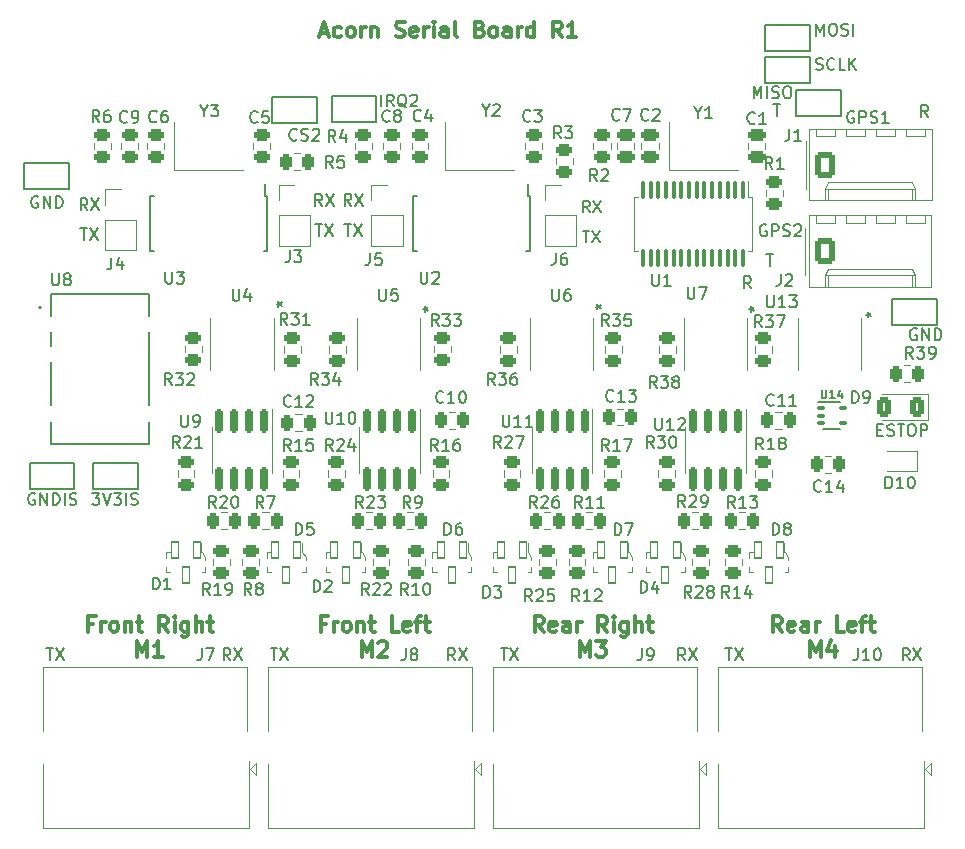
<source format=gto>
%TF.GenerationSoftware,KiCad,Pcbnew,5.99.0-unknown-47cb7f53fd~143~ubuntu20.04.1*%
%TF.CreationDate,2021-11-23T21:15:48-08:00*%
%TF.ProjectId,acorn-serial,61636f72-6e2d-4736-9572-69616c2e6b69,rev?*%
%TF.SameCoordinates,Original*%
%TF.FileFunction,Legend,Top*%
%TF.FilePolarity,Positive*%
%FSLAX46Y46*%
G04 Gerber Fmt 4.6, Leading zero omitted, Abs format (unit mm)*
G04 Created by KiCad (PCBNEW 5.99.0-unknown-47cb7f53fd~143~ubuntu20.04.1) date 2021-11-23 21:15:48*
%MOMM*%
%LPD*%
G01*
G04 APERTURE LIST*
G04 Aperture macros list*
%AMRoundRect*
0 Rectangle with rounded corners*
0 $1 Rounding radius*
0 $2 $3 $4 $5 $6 $7 $8 $9 X,Y pos of 4 corners*
0 Add a 4 corners polygon primitive as box body*
4,1,4,$2,$3,$4,$5,$6,$7,$8,$9,$2,$3,0*
0 Add four circle primitives for the rounded corners*
1,1,$1+$1,$2,$3*
1,1,$1+$1,$4,$5*
1,1,$1+$1,$6,$7*
1,1,$1+$1,$8,$9*
0 Add four rect primitives between the rounded corners*
20,1,$1+$1,$2,$3,$4,$5,0*
20,1,$1+$1,$4,$5,$6,$7,0*
20,1,$1+$1,$6,$7,$8,$9,0*
20,1,$1+$1,$8,$9,$2,$3,0*%
G04 Aperture macros list end*
%ADD10C,0.300000*%
%ADD11C,0.150000*%
%ADD12C,0.130000*%
%ADD13C,0.120000*%
%ADD14C,0.100000*%
%ADD15C,0.127000*%
%ADD16C,0.200000*%
%ADD17RoundRect,0.243750X-0.243750X-0.456250X0.243750X-0.456250X0.243750X0.456250X-0.243750X0.456250X0*%
%ADD18RoundRect,0.243750X0.456250X-0.243750X0.456250X0.243750X-0.456250X0.243750X-0.456250X-0.243750X0*%
%ADD19R,1.700000X1.700000*%
%ADD20O,1.700000X1.700000*%
%ADD21RoundRect,0.243750X-0.456250X0.243750X-0.456250X-0.243750X0.456250X-0.243750X0.456250X0.243750X0*%
%ADD22RoundRect,0.243750X0.243750X0.456250X-0.243750X0.456250X-0.243750X-0.456250X0.243750X-0.456250X0*%
%ADD23R,3.400000X1.800000*%
%ADD24R,0.584200X1.981200*%
%ADD25RoundRect,0.070000X-0.300000X0.650000X-0.300000X-0.650000X0.300000X-0.650000X0.300000X0.650000X0*%
%ADD26RoundRect,0.150000X-0.150000X0.825000X-0.150000X-0.825000X0.150000X-0.825000X0.150000X0.825000X0*%
%ADD27R,1.600000X1.300000*%
%ADD28C,3.700000*%
%ADD29R,0.600000X0.450000*%
%ADD30C,3.251200*%
%ADD31R,1.778000X1.778000*%
%ADD32C,1.778000*%
%ADD33C,1.400000*%
%ADD34C,2.200000*%
%ADD35R,0.400000X1.100000*%
%ADD36RoundRect,0.250000X0.375000X0.625000X-0.375000X0.625000X-0.375000X-0.625000X0.375000X-0.625000X0*%
%ADD37RoundRect,0.100000X-0.225000X-0.100000X0.225000X-0.100000X0.225000X0.100000X-0.225000X0.100000X0*%
%ADD38RoundRect,0.100000X-0.100000X0.637500X-0.100000X-0.637500X0.100000X-0.637500X0.100000X0.637500X0*%
%ADD39RoundRect,0.250000X-0.620000X-0.845000X0.620000X-0.845000X0.620000X0.845000X-0.620000X0.845000X0*%
%ADD40O,1.740000X2.190000*%
%ADD41RoundRect,0.250000X-0.450000X0.262500X-0.450000X-0.262500X0.450000X-0.262500X0.450000X0.262500X0*%
%ADD42RoundRect,0.250000X0.450000X-0.262500X0.450000X0.262500X-0.450000X0.262500X-0.450000X-0.262500X0*%
%ADD43R,2.100000X1.000000*%
%ADD44RoundRect,0.250000X0.475000X-0.250000X0.475000X0.250000X-0.475000X0.250000X-0.475000X-0.250000X0*%
%ADD45RoundRect,0.250000X-0.475000X0.250000X-0.475000X-0.250000X0.475000X-0.250000X0.475000X0.250000X0*%
G04 APERTURE END LIST*
D10*
X133966666Y-60816666D02*
X134585714Y-60816666D01*
X133842857Y-61188095D02*
X134276190Y-59888095D01*
X134709523Y-61188095D01*
X135700000Y-61126190D02*
X135576190Y-61188095D01*
X135328571Y-61188095D01*
X135204761Y-61126190D01*
X135142857Y-61064285D01*
X135080952Y-60940476D01*
X135080952Y-60569047D01*
X135142857Y-60445238D01*
X135204761Y-60383333D01*
X135328571Y-60321428D01*
X135576190Y-60321428D01*
X135700000Y-60383333D01*
X136442857Y-61188095D02*
X136319047Y-61126190D01*
X136257142Y-61064285D01*
X136195238Y-60940476D01*
X136195238Y-60569047D01*
X136257142Y-60445238D01*
X136319047Y-60383333D01*
X136442857Y-60321428D01*
X136628571Y-60321428D01*
X136752380Y-60383333D01*
X136814285Y-60445238D01*
X136876190Y-60569047D01*
X136876190Y-60940476D01*
X136814285Y-61064285D01*
X136752380Y-61126190D01*
X136628571Y-61188095D01*
X136442857Y-61188095D01*
X137433333Y-61188095D02*
X137433333Y-60321428D01*
X137433333Y-60569047D02*
X137495238Y-60445238D01*
X137557142Y-60383333D01*
X137680952Y-60321428D01*
X137804761Y-60321428D01*
X138238095Y-60321428D02*
X138238095Y-61188095D01*
X138238095Y-60445238D02*
X138300000Y-60383333D01*
X138423809Y-60321428D01*
X138609523Y-60321428D01*
X138733333Y-60383333D01*
X138795238Y-60507142D01*
X138795238Y-61188095D01*
X140342857Y-61126190D02*
X140528571Y-61188095D01*
X140838095Y-61188095D01*
X140961904Y-61126190D01*
X141023809Y-61064285D01*
X141085714Y-60940476D01*
X141085714Y-60816666D01*
X141023809Y-60692857D01*
X140961904Y-60630952D01*
X140838095Y-60569047D01*
X140590476Y-60507142D01*
X140466666Y-60445238D01*
X140404761Y-60383333D01*
X140342857Y-60259523D01*
X140342857Y-60135714D01*
X140404761Y-60011904D01*
X140466666Y-59950000D01*
X140590476Y-59888095D01*
X140900000Y-59888095D01*
X141085714Y-59950000D01*
X142138095Y-61126190D02*
X142014285Y-61188095D01*
X141766666Y-61188095D01*
X141642857Y-61126190D01*
X141580952Y-61002380D01*
X141580952Y-60507142D01*
X141642857Y-60383333D01*
X141766666Y-60321428D01*
X142014285Y-60321428D01*
X142138095Y-60383333D01*
X142200000Y-60507142D01*
X142200000Y-60630952D01*
X141580952Y-60754761D01*
X142757142Y-61188095D02*
X142757142Y-60321428D01*
X142757142Y-60569047D02*
X142819047Y-60445238D01*
X142880952Y-60383333D01*
X143004761Y-60321428D01*
X143128571Y-60321428D01*
X143561904Y-61188095D02*
X143561904Y-60321428D01*
X143561904Y-59888095D02*
X143500000Y-59950000D01*
X143561904Y-60011904D01*
X143623809Y-59950000D01*
X143561904Y-59888095D01*
X143561904Y-60011904D01*
X144738095Y-61188095D02*
X144738095Y-60507142D01*
X144676190Y-60383333D01*
X144552380Y-60321428D01*
X144304761Y-60321428D01*
X144180952Y-60383333D01*
X144738095Y-61126190D02*
X144614285Y-61188095D01*
X144304761Y-61188095D01*
X144180952Y-61126190D01*
X144119047Y-61002380D01*
X144119047Y-60878571D01*
X144180952Y-60754761D01*
X144304761Y-60692857D01*
X144614285Y-60692857D01*
X144738095Y-60630952D01*
X145542857Y-61188095D02*
X145419047Y-61126190D01*
X145357142Y-61002380D01*
X145357142Y-59888095D01*
X147461904Y-60507142D02*
X147647619Y-60569047D01*
X147709523Y-60630952D01*
X147771428Y-60754761D01*
X147771428Y-60940476D01*
X147709523Y-61064285D01*
X147647619Y-61126190D01*
X147523809Y-61188095D01*
X147028571Y-61188095D01*
X147028571Y-59888095D01*
X147461904Y-59888095D01*
X147585714Y-59950000D01*
X147647619Y-60011904D01*
X147709523Y-60135714D01*
X147709523Y-60259523D01*
X147647619Y-60383333D01*
X147585714Y-60445238D01*
X147461904Y-60507142D01*
X147028571Y-60507142D01*
X148514285Y-61188095D02*
X148390476Y-61126190D01*
X148328571Y-61064285D01*
X148266666Y-60940476D01*
X148266666Y-60569047D01*
X148328571Y-60445238D01*
X148390476Y-60383333D01*
X148514285Y-60321428D01*
X148700000Y-60321428D01*
X148823809Y-60383333D01*
X148885714Y-60445238D01*
X148947619Y-60569047D01*
X148947619Y-60940476D01*
X148885714Y-61064285D01*
X148823809Y-61126190D01*
X148700000Y-61188095D01*
X148514285Y-61188095D01*
X150061904Y-61188095D02*
X150061904Y-60507142D01*
X150000000Y-60383333D01*
X149876190Y-60321428D01*
X149628571Y-60321428D01*
X149504761Y-60383333D01*
X150061904Y-61126190D02*
X149938095Y-61188095D01*
X149628571Y-61188095D01*
X149504761Y-61126190D01*
X149442857Y-61002380D01*
X149442857Y-60878571D01*
X149504761Y-60754761D01*
X149628571Y-60692857D01*
X149938095Y-60692857D01*
X150061904Y-60630952D01*
X150680952Y-61188095D02*
X150680952Y-60321428D01*
X150680952Y-60569047D02*
X150742857Y-60445238D01*
X150804761Y-60383333D01*
X150928571Y-60321428D01*
X151052380Y-60321428D01*
X152042857Y-61188095D02*
X152042857Y-59888095D01*
X152042857Y-61126190D02*
X151919047Y-61188095D01*
X151671428Y-61188095D01*
X151547619Y-61126190D01*
X151485714Y-61064285D01*
X151423809Y-60940476D01*
X151423809Y-60569047D01*
X151485714Y-60445238D01*
X151547619Y-60383333D01*
X151671428Y-60321428D01*
X151919047Y-60321428D01*
X152042857Y-60383333D01*
X154395238Y-61188095D02*
X153961904Y-60569047D01*
X153652380Y-61188095D02*
X153652380Y-59888095D01*
X154147619Y-59888095D01*
X154271428Y-59950000D01*
X154333333Y-60011904D01*
X154395238Y-60135714D01*
X154395238Y-60321428D01*
X154333333Y-60445238D01*
X154271428Y-60507142D01*
X154147619Y-60569047D01*
X153652380Y-60569047D01*
X155633333Y-61188095D02*
X154890476Y-61188095D01*
X155261904Y-61188095D02*
X155261904Y-59888095D01*
X155138095Y-60073809D01*
X155014285Y-60197619D01*
X154890476Y-60259523D01*
D11*
X133510095Y-77010380D02*
X134081523Y-77010380D01*
X133795809Y-78010380D02*
X133795809Y-77010380D01*
X134319619Y-77010380D02*
X134986285Y-78010380D01*
X134986285Y-77010380D02*
X134319619Y-78010380D01*
X179109523Y-67500000D02*
X179014285Y-67452380D01*
X178871428Y-67452380D01*
X178728571Y-67500000D01*
X178633333Y-67595238D01*
X178585714Y-67690476D01*
X178538095Y-67880952D01*
X178538095Y-68023809D01*
X178585714Y-68214285D01*
X178633333Y-68309523D01*
X178728571Y-68404761D01*
X178871428Y-68452380D01*
X178966666Y-68452380D01*
X179109523Y-68404761D01*
X179157142Y-68357142D01*
X179157142Y-68023809D01*
X178966666Y-68023809D01*
X179585714Y-68452380D02*
X179585714Y-67452380D01*
X179966666Y-67452380D01*
X180061904Y-67500000D01*
X180109523Y-67547619D01*
X180157142Y-67642857D01*
X180157142Y-67785714D01*
X180109523Y-67880952D01*
X180061904Y-67928571D01*
X179966666Y-67976190D01*
X179585714Y-67976190D01*
X180538095Y-68404761D02*
X180680952Y-68452380D01*
X180919047Y-68452380D01*
X181014285Y-68404761D01*
X181061904Y-68357142D01*
X181109523Y-68261904D01*
X181109523Y-68166666D01*
X181061904Y-68071428D01*
X181014285Y-68023809D01*
X180919047Y-67976190D01*
X180728571Y-67928571D01*
X180633333Y-67880952D01*
X180585714Y-67833333D01*
X180538095Y-67738095D01*
X180538095Y-67642857D01*
X180585714Y-67547619D01*
X180633333Y-67500000D01*
X180728571Y-67452380D01*
X180966666Y-67452380D01*
X181109523Y-67500000D01*
X182061904Y-68452380D02*
X181490476Y-68452380D01*
X181776190Y-68452380D02*
X181776190Y-67452380D01*
X181680952Y-67595238D01*
X181585714Y-67690476D01*
X181490476Y-67738095D01*
X175909523Y-63904761D02*
X176052380Y-63952380D01*
X176290476Y-63952380D01*
X176385714Y-63904761D01*
X176433333Y-63857142D01*
X176480952Y-63761904D01*
X176480952Y-63666666D01*
X176433333Y-63571428D01*
X176385714Y-63523809D01*
X176290476Y-63476190D01*
X176100000Y-63428571D01*
X176004761Y-63380952D01*
X175957142Y-63333333D01*
X175909523Y-63238095D01*
X175909523Y-63142857D01*
X175957142Y-63047619D01*
X176004761Y-63000000D01*
X176100000Y-62952380D01*
X176338095Y-62952380D01*
X176480952Y-63000000D01*
X177480952Y-63857142D02*
X177433333Y-63904761D01*
X177290476Y-63952380D01*
X177195238Y-63952380D01*
X177052380Y-63904761D01*
X176957142Y-63809523D01*
X176909523Y-63714285D01*
X176861904Y-63523809D01*
X176861904Y-63380952D01*
X176909523Y-63190476D01*
X176957142Y-63095238D01*
X177052380Y-63000000D01*
X177195238Y-62952380D01*
X177290476Y-62952380D01*
X177433333Y-63000000D01*
X177480952Y-63047619D01*
X178385714Y-63952380D02*
X177909523Y-63952380D01*
X177909523Y-62952380D01*
X178719047Y-63952380D02*
X178719047Y-62952380D01*
X179290476Y-63952380D02*
X178861904Y-63380952D01*
X179290476Y-62952380D02*
X178719047Y-63523809D01*
X156743333Y-76028380D02*
X156410000Y-75552190D01*
X156171904Y-76028380D02*
X156171904Y-75028380D01*
X156552857Y-75028380D01*
X156648095Y-75076000D01*
X156695714Y-75123619D01*
X156743333Y-75218857D01*
X156743333Y-75361714D01*
X156695714Y-75456952D01*
X156648095Y-75504571D01*
X156552857Y-75552190D01*
X156171904Y-75552190D01*
X157076666Y-75028380D02*
X157743333Y-76028380D01*
X157743333Y-75028380D02*
X157076666Y-76028380D01*
X184438095Y-85900000D02*
X184342857Y-85852380D01*
X184200000Y-85852380D01*
X184057142Y-85900000D01*
X183961904Y-85995238D01*
X183914285Y-86090476D01*
X183866666Y-86280952D01*
X183866666Y-86423809D01*
X183914285Y-86614285D01*
X183961904Y-86709523D01*
X184057142Y-86804761D01*
X184200000Y-86852380D01*
X184295238Y-86852380D01*
X184438095Y-86804761D01*
X184485714Y-86757142D01*
X184485714Y-86423809D01*
X184295238Y-86423809D01*
X184914285Y-86852380D02*
X184914285Y-85852380D01*
X185485714Y-86852380D01*
X185485714Y-85852380D01*
X185961904Y-86852380D02*
X185961904Y-85852380D01*
X186200000Y-85852380D01*
X186342857Y-85900000D01*
X186438095Y-85995238D01*
X186485714Y-86090476D01*
X186533333Y-86280952D01*
X186533333Y-86423809D01*
X186485714Y-86614285D01*
X186438095Y-86709523D01*
X186342857Y-86804761D01*
X186200000Y-86852380D01*
X185961904Y-86852380D01*
X109775809Y-99844000D02*
X109680571Y-99796380D01*
X109537714Y-99796380D01*
X109394857Y-99844000D01*
X109299619Y-99939238D01*
X109252000Y-100034476D01*
X109204380Y-100224952D01*
X109204380Y-100367809D01*
X109252000Y-100558285D01*
X109299619Y-100653523D01*
X109394857Y-100748761D01*
X109537714Y-100796380D01*
X109632952Y-100796380D01*
X109775809Y-100748761D01*
X109823428Y-100701142D01*
X109823428Y-100367809D01*
X109632952Y-100367809D01*
X110252000Y-100796380D02*
X110252000Y-99796380D01*
X110823428Y-100796380D01*
X110823428Y-99796380D01*
X111299619Y-100796380D02*
X111299619Y-99796380D01*
X111537714Y-99796380D01*
X111680571Y-99844000D01*
X111775809Y-99939238D01*
X111823428Y-100034476D01*
X111871047Y-100224952D01*
X111871047Y-100367809D01*
X111823428Y-100558285D01*
X111775809Y-100653523D01*
X111680571Y-100748761D01*
X111537714Y-100796380D01*
X111299619Y-100796380D01*
X112299619Y-100796380D02*
X112299619Y-99796380D01*
X112728190Y-100748761D02*
X112871047Y-100796380D01*
X113109142Y-100796380D01*
X113204380Y-100748761D01*
X113252000Y-100701142D01*
X113299619Y-100605904D01*
X113299619Y-100510666D01*
X113252000Y-100415428D01*
X113204380Y-100367809D01*
X113109142Y-100320190D01*
X112918666Y-100272571D01*
X112823428Y-100224952D01*
X112775809Y-100177333D01*
X112728190Y-100082095D01*
X112728190Y-99986857D01*
X112775809Y-99891619D01*
X112823428Y-99844000D01*
X112918666Y-99796380D01*
X113156761Y-99796380D01*
X113299619Y-99844000D01*
X170628571Y-66352380D02*
X170628571Y-65352380D01*
X170961904Y-66066666D01*
X171295238Y-65352380D01*
X171295238Y-66352380D01*
X171771428Y-66352380D02*
X171771428Y-65352380D01*
X172200000Y-66304761D02*
X172342857Y-66352380D01*
X172580952Y-66352380D01*
X172676190Y-66304761D01*
X172723809Y-66257142D01*
X172771428Y-66161904D01*
X172771428Y-66066666D01*
X172723809Y-65971428D01*
X172676190Y-65923809D01*
X172580952Y-65876190D01*
X172390476Y-65828571D01*
X172295238Y-65780952D01*
X172247619Y-65733333D01*
X172200000Y-65638095D01*
X172200000Y-65542857D01*
X172247619Y-65447619D01*
X172295238Y-65400000D01*
X172390476Y-65352380D01*
X172628571Y-65352380D01*
X172771428Y-65400000D01*
X173390476Y-65352380D02*
X173580952Y-65352380D01*
X173676190Y-65400000D01*
X173771428Y-65495238D01*
X173819047Y-65685714D01*
X173819047Y-66019047D01*
X173771428Y-66209523D01*
X173676190Y-66304761D01*
X173580952Y-66352380D01*
X173390476Y-66352380D01*
X173295238Y-66304761D01*
X173200000Y-66209523D01*
X173152380Y-66019047D01*
X173152380Y-65685714D01*
X173200000Y-65495238D01*
X173295238Y-65400000D01*
X173390476Y-65352380D01*
X181104761Y-94428571D02*
X181438095Y-94428571D01*
X181580952Y-94952380D02*
X181104761Y-94952380D01*
X181104761Y-93952380D01*
X181580952Y-93952380D01*
X181961904Y-94904761D02*
X182104761Y-94952380D01*
X182342857Y-94952380D01*
X182438095Y-94904761D01*
X182485714Y-94857142D01*
X182533333Y-94761904D01*
X182533333Y-94666666D01*
X182485714Y-94571428D01*
X182438095Y-94523809D01*
X182342857Y-94476190D01*
X182152380Y-94428571D01*
X182057142Y-94380952D01*
X182009523Y-94333333D01*
X181961904Y-94238095D01*
X181961904Y-94142857D01*
X182009523Y-94047619D01*
X182057142Y-94000000D01*
X182152380Y-93952380D01*
X182390476Y-93952380D01*
X182533333Y-94000000D01*
X182819047Y-93952380D02*
X183390476Y-93952380D01*
X183104761Y-94952380D02*
X183104761Y-93952380D01*
X183914285Y-93952380D02*
X184104761Y-93952380D01*
X184200000Y-94000000D01*
X184295238Y-94095238D01*
X184342857Y-94285714D01*
X184342857Y-94619047D01*
X184295238Y-94809523D01*
X184200000Y-94904761D01*
X184104761Y-94952380D01*
X183914285Y-94952380D01*
X183819047Y-94904761D01*
X183723809Y-94809523D01*
X183676190Y-94619047D01*
X183676190Y-94285714D01*
X183723809Y-94095238D01*
X183819047Y-94000000D01*
X183914285Y-93952380D01*
X184771428Y-94952380D02*
X184771428Y-93952380D01*
X185152380Y-93952380D01*
X185247619Y-94000000D01*
X185295238Y-94047619D01*
X185342857Y-94142857D01*
X185342857Y-94285714D01*
X185295238Y-94380952D01*
X185247619Y-94428571D01*
X185152380Y-94476190D01*
X184771428Y-94476190D01*
X129738095Y-112952380D02*
X130309523Y-112952380D01*
X130023809Y-113952380D02*
X130023809Y-112952380D01*
X130547619Y-112952380D02*
X131214285Y-113952380D01*
X131214285Y-112952380D02*
X130547619Y-113952380D01*
X172314285Y-66852380D02*
X172885714Y-66852380D01*
X172600000Y-67852380D02*
X172600000Y-66852380D01*
X156148095Y-77568380D02*
X156719523Y-77568380D01*
X156433809Y-78568380D02*
X156433809Y-77568380D01*
X156957619Y-77568380D02*
X157624285Y-78568380D01*
X157624285Y-77568380D02*
X156957619Y-78568380D01*
X113638095Y-77392380D02*
X114209523Y-77392380D01*
X113923809Y-78392380D02*
X113923809Y-77392380D01*
X114447619Y-77392380D02*
X115114285Y-78392380D01*
X115114285Y-77392380D02*
X114447619Y-78392380D01*
D10*
X114733333Y-110860642D02*
X114300000Y-110860642D01*
X114300000Y-111541595D02*
X114300000Y-110241595D01*
X114919047Y-110241595D01*
X115414285Y-111541595D02*
X115414285Y-110674928D01*
X115414285Y-110922547D02*
X115476190Y-110798738D01*
X115538095Y-110736833D01*
X115661904Y-110674928D01*
X115785714Y-110674928D01*
X116404761Y-111541595D02*
X116280952Y-111479690D01*
X116219047Y-111417785D01*
X116157142Y-111293976D01*
X116157142Y-110922547D01*
X116219047Y-110798738D01*
X116280952Y-110736833D01*
X116404761Y-110674928D01*
X116590476Y-110674928D01*
X116714285Y-110736833D01*
X116776190Y-110798738D01*
X116838095Y-110922547D01*
X116838095Y-111293976D01*
X116776190Y-111417785D01*
X116714285Y-111479690D01*
X116590476Y-111541595D01*
X116404761Y-111541595D01*
X117395238Y-110674928D02*
X117395238Y-111541595D01*
X117395238Y-110798738D02*
X117457142Y-110736833D01*
X117580952Y-110674928D01*
X117766666Y-110674928D01*
X117890476Y-110736833D01*
X117952380Y-110860642D01*
X117952380Y-111541595D01*
X118385714Y-110674928D02*
X118880952Y-110674928D01*
X118571428Y-110241595D02*
X118571428Y-111355880D01*
X118633333Y-111479690D01*
X118757142Y-111541595D01*
X118880952Y-111541595D01*
X121047619Y-111541595D02*
X120614285Y-110922547D01*
X120304761Y-111541595D02*
X120304761Y-110241595D01*
X120800000Y-110241595D01*
X120923809Y-110303500D01*
X120985714Y-110365404D01*
X121047619Y-110489214D01*
X121047619Y-110674928D01*
X120985714Y-110798738D01*
X120923809Y-110860642D01*
X120800000Y-110922547D01*
X120304761Y-110922547D01*
X121604761Y-111541595D02*
X121604761Y-110674928D01*
X121604761Y-110241595D02*
X121542857Y-110303500D01*
X121604761Y-110365404D01*
X121666666Y-110303500D01*
X121604761Y-110241595D01*
X121604761Y-110365404D01*
X122780952Y-110674928D02*
X122780952Y-111727309D01*
X122719047Y-111851119D01*
X122657142Y-111913023D01*
X122533333Y-111974928D01*
X122347619Y-111974928D01*
X122223809Y-111913023D01*
X122780952Y-111479690D02*
X122657142Y-111541595D01*
X122409523Y-111541595D01*
X122285714Y-111479690D01*
X122223809Y-111417785D01*
X122161904Y-111293976D01*
X122161904Y-110922547D01*
X122223809Y-110798738D01*
X122285714Y-110736833D01*
X122409523Y-110674928D01*
X122657142Y-110674928D01*
X122780952Y-110736833D01*
X123400000Y-111541595D02*
X123400000Y-110241595D01*
X123957142Y-111541595D02*
X123957142Y-110860642D01*
X123895238Y-110736833D01*
X123771428Y-110674928D01*
X123585714Y-110674928D01*
X123461904Y-110736833D01*
X123400000Y-110798738D01*
X124390476Y-110674928D02*
X124885714Y-110674928D01*
X124576190Y-110241595D02*
X124576190Y-111355880D01*
X124638095Y-111479690D01*
X124761904Y-111541595D01*
X124885714Y-111541595D01*
X118447619Y-113634595D02*
X118447619Y-112334595D01*
X118880952Y-113263166D01*
X119314285Y-112334595D01*
X119314285Y-113634595D01*
X120614285Y-113634595D02*
X119871428Y-113634595D01*
X120242857Y-113634595D02*
X120242857Y-112334595D01*
X120119047Y-112520309D01*
X119995238Y-112644119D01*
X119871428Y-112706023D01*
D11*
X139100000Y-67052380D02*
X139100000Y-66052380D01*
X140147619Y-67052380D02*
X139814285Y-66576190D01*
X139576190Y-67052380D02*
X139576190Y-66052380D01*
X139957142Y-66052380D01*
X140052380Y-66100000D01*
X140100000Y-66147619D01*
X140147619Y-66242857D01*
X140147619Y-66385714D01*
X140100000Y-66480952D01*
X140052380Y-66528571D01*
X139957142Y-66576190D01*
X139576190Y-66576190D01*
X141242857Y-67147619D02*
X141147619Y-67100000D01*
X141052380Y-67004761D01*
X140909523Y-66861904D01*
X140814285Y-66814285D01*
X140719047Y-66814285D01*
X140766666Y-67052380D02*
X140671428Y-67004761D01*
X140576190Y-66909523D01*
X140528571Y-66719047D01*
X140528571Y-66385714D01*
X140576190Y-66195238D01*
X140671428Y-66100000D01*
X140766666Y-66052380D01*
X140957142Y-66052380D01*
X141052380Y-66100000D01*
X141147619Y-66195238D01*
X141195238Y-66385714D01*
X141195238Y-66719047D01*
X141147619Y-66909523D01*
X141052380Y-67004761D01*
X140957142Y-67052380D01*
X140766666Y-67052380D01*
X141576190Y-66147619D02*
X141623809Y-66100000D01*
X141719047Y-66052380D01*
X141957142Y-66052380D01*
X142052380Y-66100000D01*
X142100000Y-66147619D01*
X142147619Y-66242857D01*
X142147619Y-66338095D01*
X142100000Y-66480952D01*
X141528571Y-67052380D01*
X142147619Y-67052380D01*
X136583333Y-75452380D02*
X136250000Y-74976190D01*
X136011904Y-75452380D02*
X136011904Y-74452380D01*
X136392857Y-74452380D01*
X136488095Y-74500000D01*
X136535714Y-74547619D01*
X136583333Y-74642857D01*
X136583333Y-74785714D01*
X136535714Y-74880952D01*
X136488095Y-74928571D01*
X136392857Y-74976190D01*
X136011904Y-74976190D01*
X136916666Y-74452380D02*
X137583333Y-75452380D01*
X137583333Y-74452380D02*
X136916666Y-75452380D01*
X175928571Y-61052380D02*
X175928571Y-60052380D01*
X176261904Y-60766666D01*
X176595238Y-60052380D01*
X176595238Y-61052380D01*
X177261904Y-60052380D02*
X177452380Y-60052380D01*
X177547619Y-60100000D01*
X177642857Y-60195238D01*
X177690476Y-60385714D01*
X177690476Y-60719047D01*
X177642857Y-60909523D01*
X177547619Y-61004761D01*
X177452380Y-61052380D01*
X177261904Y-61052380D01*
X177166666Y-61004761D01*
X177071428Y-60909523D01*
X177023809Y-60719047D01*
X177023809Y-60385714D01*
X177071428Y-60195238D01*
X177166666Y-60100000D01*
X177261904Y-60052380D01*
X178071428Y-61004761D02*
X178214285Y-61052380D01*
X178452380Y-61052380D01*
X178547619Y-61004761D01*
X178595238Y-60957142D01*
X178642857Y-60861904D01*
X178642857Y-60766666D01*
X178595238Y-60671428D01*
X178547619Y-60623809D01*
X178452380Y-60576190D01*
X178261904Y-60528571D01*
X178166666Y-60480952D01*
X178119047Y-60433333D01*
X178071428Y-60338095D01*
X178071428Y-60242857D01*
X178119047Y-60147619D01*
X178166666Y-60100000D01*
X178261904Y-60052380D01*
X178500000Y-60052380D01*
X178642857Y-60100000D01*
X179071428Y-61052380D02*
X179071428Y-60052380D01*
X149238095Y-112952380D02*
X149809523Y-112952380D01*
X149523809Y-113952380D02*
X149523809Y-112952380D01*
X150047619Y-112952380D02*
X150714285Y-113952380D01*
X150714285Y-112952380D02*
X150047619Y-113952380D01*
D10*
X152852380Y-111541595D02*
X152419047Y-110922547D01*
X152109523Y-111541595D02*
X152109523Y-110241595D01*
X152604761Y-110241595D01*
X152728571Y-110303500D01*
X152790476Y-110365404D01*
X152852380Y-110489214D01*
X152852380Y-110674928D01*
X152790476Y-110798738D01*
X152728571Y-110860642D01*
X152604761Y-110922547D01*
X152109523Y-110922547D01*
X153904761Y-111479690D02*
X153780952Y-111541595D01*
X153533333Y-111541595D01*
X153409523Y-111479690D01*
X153347619Y-111355880D01*
X153347619Y-110860642D01*
X153409523Y-110736833D01*
X153533333Y-110674928D01*
X153780952Y-110674928D01*
X153904761Y-110736833D01*
X153966666Y-110860642D01*
X153966666Y-110984452D01*
X153347619Y-111108261D01*
X155080952Y-111541595D02*
X155080952Y-110860642D01*
X155019047Y-110736833D01*
X154895238Y-110674928D01*
X154647619Y-110674928D01*
X154523809Y-110736833D01*
X155080952Y-111479690D02*
X154957142Y-111541595D01*
X154647619Y-111541595D01*
X154523809Y-111479690D01*
X154461904Y-111355880D01*
X154461904Y-111232071D01*
X154523809Y-111108261D01*
X154647619Y-111046357D01*
X154957142Y-111046357D01*
X155080952Y-110984452D01*
X155700000Y-111541595D02*
X155700000Y-110674928D01*
X155700000Y-110922547D02*
X155761904Y-110798738D01*
X155823809Y-110736833D01*
X155947619Y-110674928D01*
X156071428Y-110674928D01*
X158238095Y-111541595D02*
X157804761Y-110922547D01*
X157495238Y-111541595D02*
X157495238Y-110241595D01*
X157990476Y-110241595D01*
X158114285Y-110303500D01*
X158176190Y-110365404D01*
X158238095Y-110489214D01*
X158238095Y-110674928D01*
X158176190Y-110798738D01*
X158114285Y-110860642D01*
X157990476Y-110922547D01*
X157495238Y-110922547D01*
X158795238Y-111541595D02*
X158795238Y-110674928D01*
X158795238Y-110241595D02*
X158733333Y-110303500D01*
X158795238Y-110365404D01*
X158857142Y-110303500D01*
X158795238Y-110241595D01*
X158795238Y-110365404D01*
X159971428Y-110674928D02*
X159971428Y-111727309D01*
X159909523Y-111851119D01*
X159847619Y-111913023D01*
X159723809Y-111974928D01*
X159538095Y-111974928D01*
X159414285Y-111913023D01*
X159971428Y-111479690D02*
X159847619Y-111541595D01*
X159600000Y-111541595D01*
X159476190Y-111479690D01*
X159414285Y-111417785D01*
X159352380Y-111293976D01*
X159352380Y-110922547D01*
X159414285Y-110798738D01*
X159476190Y-110736833D01*
X159600000Y-110674928D01*
X159847619Y-110674928D01*
X159971428Y-110736833D01*
X160590476Y-111541595D02*
X160590476Y-110241595D01*
X161147619Y-111541595D02*
X161147619Y-110860642D01*
X161085714Y-110736833D01*
X160961904Y-110674928D01*
X160776190Y-110674928D01*
X160652380Y-110736833D01*
X160590476Y-110798738D01*
X161580952Y-110674928D02*
X162076190Y-110674928D01*
X161766666Y-110241595D02*
X161766666Y-111355880D01*
X161828571Y-111479690D01*
X161952380Y-111541595D01*
X162076190Y-111541595D01*
X155947619Y-113634595D02*
X155947619Y-112334595D01*
X156380952Y-113263166D01*
X156814285Y-112334595D01*
X156814285Y-113634595D01*
X157309523Y-112334595D02*
X158114285Y-112334595D01*
X157680952Y-112829833D01*
X157866666Y-112829833D01*
X157990476Y-112891738D01*
X158052380Y-112953642D01*
X158114285Y-113077452D01*
X158114285Y-113386976D01*
X158052380Y-113510785D01*
X157990476Y-113572690D01*
X157866666Y-113634595D01*
X157495238Y-113634595D01*
X157371428Y-113572690D01*
X157309523Y-113510785D01*
D11*
X110038095Y-74700000D02*
X109942857Y-74652380D01*
X109800000Y-74652380D01*
X109657142Y-74700000D01*
X109561904Y-74795238D01*
X109514285Y-74890476D01*
X109466666Y-75080952D01*
X109466666Y-75223809D01*
X109514285Y-75414285D01*
X109561904Y-75509523D01*
X109657142Y-75604761D01*
X109800000Y-75652380D01*
X109895238Y-75652380D01*
X110038095Y-75604761D01*
X110085714Y-75557142D01*
X110085714Y-75223809D01*
X109895238Y-75223809D01*
X110514285Y-75652380D02*
X110514285Y-74652380D01*
X111085714Y-75652380D01*
X111085714Y-74652380D01*
X111561904Y-75652380D02*
X111561904Y-74652380D01*
X111800000Y-74652380D01*
X111942857Y-74700000D01*
X112038095Y-74795238D01*
X112085714Y-74890476D01*
X112133333Y-75080952D01*
X112133333Y-75223809D01*
X112085714Y-75414285D01*
X112038095Y-75509523D01*
X111942857Y-75604761D01*
X111800000Y-75652380D01*
X111561904Y-75652380D01*
X110738095Y-112952380D02*
X111309523Y-112952380D01*
X111023809Y-113952380D02*
X111023809Y-112952380D01*
X111547619Y-112952380D02*
X112214285Y-113952380D01*
X112214285Y-112952380D02*
X111547619Y-113952380D01*
X164833333Y-113952380D02*
X164500000Y-113476190D01*
X164261904Y-113952380D02*
X164261904Y-112952380D01*
X164642857Y-112952380D01*
X164738095Y-113000000D01*
X164785714Y-113047619D01*
X164833333Y-113142857D01*
X164833333Y-113285714D01*
X164785714Y-113380952D01*
X164738095Y-113428571D01*
X164642857Y-113476190D01*
X164261904Y-113476190D01*
X165166666Y-112952380D02*
X165833333Y-113952380D01*
X165833333Y-112952380D02*
X165166666Y-113952380D01*
X126333333Y-113952380D02*
X126000000Y-113476190D01*
X125761904Y-113952380D02*
X125761904Y-112952380D01*
X126142857Y-112952380D01*
X126238095Y-113000000D01*
X126285714Y-113047619D01*
X126333333Y-113142857D01*
X126333333Y-113285714D01*
X126285714Y-113380952D01*
X126238095Y-113428571D01*
X126142857Y-113476190D01*
X125761904Y-113476190D01*
X126666666Y-112952380D02*
X127333333Y-113952380D01*
X127333333Y-112952380D02*
X126666666Y-113952380D01*
X185409523Y-67952380D02*
X185076190Y-67476190D01*
X184838095Y-67952380D02*
X184838095Y-66952380D01*
X185219047Y-66952380D01*
X185314285Y-67000000D01*
X185361904Y-67047619D01*
X185409523Y-67142857D01*
X185409523Y-67285714D01*
X185361904Y-67380952D01*
X185314285Y-67428571D01*
X185219047Y-67476190D01*
X184838095Y-67476190D01*
X171709523Y-77100000D02*
X171614285Y-77052380D01*
X171471428Y-77052380D01*
X171328571Y-77100000D01*
X171233333Y-77195238D01*
X171185714Y-77290476D01*
X171138095Y-77480952D01*
X171138095Y-77623809D01*
X171185714Y-77814285D01*
X171233333Y-77909523D01*
X171328571Y-78004761D01*
X171471428Y-78052380D01*
X171566666Y-78052380D01*
X171709523Y-78004761D01*
X171757142Y-77957142D01*
X171757142Y-77623809D01*
X171566666Y-77623809D01*
X172185714Y-78052380D02*
X172185714Y-77052380D01*
X172566666Y-77052380D01*
X172661904Y-77100000D01*
X172709523Y-77147619D01*
X172757142Y-77242857D01*
X172757142Y-77385714D01*
X172709523Y-77480952D01*
X172661904Y-77528571D01*
X172566666Y-77576190D01*
X172185714Y-77576190D01*
X173138095Y-78004761D02*
X173280952Y-78052380D01*
X173519047Y-78052380D01*
X173614285Y-78004761D01*
X173661904Y-77957142D01*
X173709523Y-77861904D01*
X173709523Y-77766666D01*
X173661904Y-77671428D01*
X173614285Y-77623809D01*
X173519047Y-77576190D01*
X173328571Y-77528571D01*
X173233333Y-77480952D01*
X173185714Y-77433333D01*
X173138095Y-77338095D01*
X173138095Y-77242857D01*
X173185714Y-77147619D01*
X173233333Y-77100000D01*
X173328571Y-77052380D01*
X173566666Y-77052380D01*
X173709523Y-77100000D01*
X174090476Y-77147619D02*
X174138095Y-77100000D01*
X174233333Y-77052380D01*
X174471428Y-77052380D01*
X174566666Y-77100000D01*
X174614285Y-77147619D01*
X174661904Y-77242857D01*
X174661904Y-77338095D01*
X174614285Y-77480952D01*
X174042857Y-78052380D01*
X174661904Y-78052380D01*
X134105333Y-75470380D02*
X133772000Y-74994190D01*
X133533904Y-75470380D02*
X133533904Y-74470380D01*
X133914857Y-74470380D01*
X134010095Y-74518000D01*
X134057714Y-74565619D01*
X134105333Y-74660857D01*
X134105333Y-74803714D01*
X134057714Y-74898952D01*
X134010095Y-74946571D01*
X133914857Y-74994190D01*
X133533904Y-74994190D01*
X134438666Y-74470380D02*
X135105333Y-75470380D01*
X135105333Y-74470380D02*
X134438666Y-75470380D01*
X135988095Y-76992380D02*
X136559523Y-76992380D01*
X136273809Y-77992380D02*
X136273809Y-76992380D01*
X136797619Y-76992380D02*
X137464285Y-77992380D01*
X137464285Y-76992380D02*
X136797619Y-77992380D01*
X114633619Y-99796380D02*
X115252666Y-99796380D01*
X114919333Y-100177333D01*
X115062190Y-100177333D01*
X115157428Y-100224952D01*
X115205047Y-100272571D01*
X115252666Y-100367809D01*
X115252666Y-100605904D01*
X115205047Y-100701142D01*
X115157428Y-100748761D01*
X115062190Y-100796380D01*
X114776476Y-100796380D01*
X114681238Y-100748761D01*
X114633619Y-100701142D01*
X115538380Y-99796380D02*
X115871714Y-100796380D01*
X116205047Y-99796380D01*
X116443142Y-99796380D02*
X117062190Y-99796380D01*
X116728857Y-100177333D01*
X116871714Y-100177333D01*
X116966952Y-100224952D01*
X117014571Y-100272571D01*
X117062190Y-100367809D01*
X117062190Y-100605904D01*
X117014571Y-100701142D01*
X116966952Y-100748761D01*
X116871714Y-100796380D01*
X116586000Y-100796380D01*
X116490761Y-100748761D01*
X116443142Y-100701142D01*
X117490761Y-100796380D02*
X117490761Y-99796380D01*
X117919333Y-100748761D02*
X118062190Y-100796380D01*
X118300285Y-100796380D01*
X118395523Y-100748761D01*
X118443142Y-100701142D01*
X118490761Y-100605904D01*
X118490761Y-100510666D01*
X118443142Y-100415428D01*
X118395523Y-100367809D01*
X118300285Y-100320190D01*
X118109809Y-100272571D01*
X118014571Y-100224952D01*
X117966952Y-100177333D01*
X117919333Y-100082095D01*
X117919333Y-99986857D01*
X117966952Y-99891619D01*
X118014571Y-99844000D01*
X118109809Y-99796380D01*
X118347904Y-99796380D01*
X118490761Y-99844000D01*
X171714285Y-79552380D02*
X172285714Y-79552380D01*
X172000000Y-80552380D02*
X172000000Y-79552380D01*
X170409523Y-82452380D02*
X170076190Y-81976190D01*
X169838095Y-82452380D02*
X169838095Y-81452380D01*
X170219047Y-81452380D01*
X170314285Y-81500000D01*
X170361904Y-81547619D01*
X170409523Y-81642857D01*
X170409523Y-81785714D01*
X170361904Y-81880952D01*
X170314285Y-81928571D01*
X170219047Y-81976190D01*
X169838095Y-81976190D01*
D10*
X134414285Y-110860642D02*
X133980952Y-110860642D01*
X133980952Y-111541595D02*
X133980952Y-110241595D01*
X134600000Y-110241595D01*
X135095238Y-111541595D02*
X135095238Y-110674928D01*
X135095238Y-110922547D02*
X135157142Y-110798738D01*
X135219047Y-110736833D01*
X135342857Y-110674928D01*
X135466666Y-110674928D01*
X136085714Y-111541595D02*
X135961904Y-111479690D01*
X135900000Y-111417785D01*
X135838095Y-111293976D01*
X135838095Y-110922547D01*
X135900000Y-110798738D01*
X135961904Y-110736833D01*
X136085714Y-110674928D01*
X136271428Y-110674928D01*
X136395238Y-110736833D01*
X136457142Y-110798738D01*
X136519047Y-110922547D01*
X136519047Y-111293976D01*
X136457142Y-111417785D01*
X136395238Y-111479690D01*
X136271428Y-111541595D01*
X136085714Y-111541595D01*
X137076190Y-110674928D02*
X137076190Y-111541595D01*
X137076190Y-110798738D02*
X137138095Y-110736833D01*
X137261904Y-110674928D01*
X137447619Y-110674928D01*
X137571428Y-110736833D01*
X137633333Y-110860642D01*
X137633333Y-111541595D01*
X138066666Y-110674928D02*
X138561904Y-110674928D01*
X138252380Y-110241595D02*
X138252380Y-111355880D01*
X138314285Y-111479690D01*
X138438095Y-111541595D01*
X138561904Y-111541595D01*
X140604761Y-111541595D02*
X139985714Y-111541595D01*
X139985714Y-110241595D01*
X141533333Y-111479690D02*
X141409523Y-111541595D01*
X141161904Y-111541595D01*
X141038095Y-111479690D01*
X140976190Y-111355880D01*
X140976190Y-110860642D01*
X141038095Y-110736833D01*
X141161904Y-110674928D01*
X141409523Y-110674928D01*
X141533333Y-110736833D01*
X141595238Y-110860642D01*
X141595238Y-110984452D01*
X140976190Y-111108261D01*
X141966666Y-110674928D02*
X142461904Y-110674928D01*
X142152380Y-111541595D02*
X142152380Y-110427309D01*
X142214285Y-110303500D01*
X142338095Y-110241595D01*
X142461904Y-110241595D01*
X142709523Y-110674928D02*
X143204761Y-110674928D01*
X142895238Y-110241595D02*
X142895238Y-111355880D01*
X142957142Y-111479690D01*
X143080952Y-111541595D01*
X143204761Y-111541595D01*
X137447619Y-113634595D02*
X137447619Y-112334595D01*
X137880952Y-113263166D01*
X138314285Y-112334595D01*
X138314285Y-113634595D01*
X138871428Y-112458404D02*
X138933333Y-112396500D01*
X139057142Y-112334595D01*
X139366666Y-112334595D01*
X139490476Y-112396500D01*
X139552380Y-112458404D01*
X139614285Y-112582214D01*
X139614285Y-112706023D01*
X139552380Y-112891738D01*
X138809523Y-113634595D01*
X139614285Y-113634595D01*
D11*
X168238095Y-112952380D02*
X168809523Y-112952380D01*
X168523809Y-113952380D02*
X168523809Y-112952380D01*
X169047619Y-112952380D02*
X169714285Y-113952380D01*
X169714285Y-112952380D02*
X169047619Y-113952380D01*
D10*
X173033333Y-111541595D02*
X172600000Y-110922547D01*
X172290476Y-111541595D02*
X172290476Y-110241595D01*
X172785714Y-110241595D01*
X172909523Y-110303500D01*
X172971428Y-110365404D01*
X173033333Y-110489214D01*
X173033333Y-110674928D01*
X172971428Y-110798738D01*
X172909523Y-110860642D01*
X172785714Y-110922547D01*
X172290476Y-110922547D01*
X174085714Y-111479690D02*
X173961904Y-111541595D01*
X173714285Y-111541595D01*
X173590476Y-111479690D01*
X173528571Y-111355880D01*
X173528571Y-110860642D01*
X173590476Y-110736833D01*
X173714285Y-110674928D01*
X173961904Y-110674928D01*
X174085714Y-110736833D01*
X174147619Y-110860642D01*
X174147619Y-110984452D01*
X173528571Y-111108261D01*
X175261904Y-111541595D02*
X175261904Y-110860642D01*
X175200000Y-110736833D01*
X175076190Y-110674928D01*
X174828571Y-110674928D01*
X174704761Y-110736833D01*
X175261904Y-111479690D02*
X175138095Y-111541595D01*
X174828571Y-111541595D01*
X174704761Y-111479690D01*
X174642857Y-111355880D01*
X174642857Y-111232071D01*
X174704761Y-111108261D01*
X174828571Y-111046357D01*
X175138095Y-111046357D01*
X175261904Y-110984452D01*
X175880952Y-111541595D02*
X175880952Y-110674928D01*
X175880952Y-110922547D02*
X175942857Y-110798738D01*
X176004761Y-110736833D01*
X176128571Y-110674928D01*
X176252380Y-110674928D01*
X178295238Y-111541595D02*
X177676190Y-111541595D01*
X177676190Y-110241595D01*
X179223809Y-111479690D02*
X179100000Y-111541595D01*
X178852380Y-111541595D01*
X178728571Y-111479690D01*
X178666666Y-111355880D01*
X178666666Y-110860642D01*
X178728571Y-110736833D01*
X178852380Y-110674928D01*
X179100000Y-110674928D01*
X179223809Y-110736833D01*
X179285714Y-110860642D01*
X179285714Y-110984452D01*
X178666666Y-111108261D01*
X179657142Y-110674928D02*
X180152380Y-110674928D01*
X179842857Y-111541595D02*
X179842857Y-110427309D01*
X179904761Y-110303500D01*
X180028571Y-110241595D01*
X180152380Y-110241595D01*
X180400000Y-110674928D02*
X180895238Y-110674928D01*
X180585714Y-110241595D02*
X180585714Y-111355880D01*
X180647619Y-111479690D01*
X180771428Y-111541595D01*
X180895238Y-111541595D01*
X175447619Y-113634595D02*
X175447619Y-112334595D01*
X175880952Y-113263166D01*
X176314285Y-112334595D01*
X176314285Y-113634595D01*
X177490476Y-112767928D02*
X177490476Y-113634595D01*
X177180952Y-112272690D02*
X176871428Y-113201261D01*
X177676190Y-113201261D01*
D11*
X145333333Y-113952380D02*
X145000000Y-113476190D01*
X144761904Y-113952380D02*
X144761904Y-112952380D01*
X145142857Y-112952380D01*
X145238095Y-113000000D01*
X145285714Y-113047619D01*
X145333333Y-113142857D01*
X145333333Y-113285714D01*
X145285714Y-113380952D01*
X145238095Y-113428571D01*
X145142857Y-113476190D01*
X144761904Y-113476190D01*
X145666666Y-112952380D02*
X146333333Y-113952380D01*
X146333333Y-112952380D02*
X145666666Y-113952380D01*
X183833333Y-113952380D02*
X183500000Y-113476190D01*
X183261904Y-113952380D02*
X183261904Y-112952380D01*
X183642857Y-112952380D01*
X183738095Y-113000000D01*
X183785714Y-113047619D01*
X183833333Y-113142857D01*
X183833333Y-113285714D01*
X183785714Y-113380952D01*
X183738095Y-113428571D01*
X183642857Y-113476190D01*
X183261904Y-113476190D01*
X184166666Y-112952380D02*
X184833333Y-113952380D01*
X184833333Y-112952380D02*
X184166666Y-113952380D01*
X114233333Y-75852380D02*
X113900000Y-75376190D01*
X113661904Y-75852380D02*
X113661904Y-74852380D01*
X114042857Y-74852380D01*
X114138095Y-74900000D01*
X114185714Y-74947619D01*
X114233333Y-75042857D01*
X114233333Y-75185714D01*
X114185714Y-75280952D01*
X114138095Y-75328571D01*
X114042857Y-75376190D01*
X113661904Y-75376190D01*
X114566666Y-74852380D02*
X115233333Y-75852380D01*
X115233333Y-74852380D02*
X114566666Y-75852380D01*
X131957142Y-69857142D02*
X131909523Y-69904761D01*
X131766666Y-69952380D01*
X131671428Y-69952380D01*
X131528571Y-69904761D01*
X131433333Y-69809523D01*
X131385714Y-69714285D01*
X131338095Y-69523809D01*
X131338095Y-69380952D01*
X131385714Y-69190476D01*
X131433333Y-69095238D01*
X131528571Y-69000000D01*
X131671428Y-68952380D01*
X131766666Y-68952380D01*
X131909523Y-69000000D01*
X131957142Y-69047619D01*
X132338095Y-69904761D02*
X132480952Y-69952380D01*
X132719047Y-69952380D01*
X132814285Y-69904761D01*
X132861904Y-69857142D01*
X132909523Y-69761904D01*
X132909523Y-69666666D01*
X132861904Y-69571428D01*
X132814285Y-69523809D01*
X132719047Y-69476190D01*
X132528571Y-69428571D01*
X132433333Y-69380952D01*
X132385714Y-69333333D01*
X132338095Y-69238095D01*
X132338095Y-69142857D01*
X132385714Y-69047619D01*
X132433333Y-69000000D01*
X132528571Y-68952380D01*
X132766666Y-68952380D01*
X132909523Y-69000000D01*
X133290476Y-69047619D02*
X133338095Y-69000000D01*
X133433333Y-68952380D01*
X133671428Y-68952380D01*
X133766666Y-69000000D01*
X133814285Y-69047619D01*
X133861904Y-69142857D01*
X133861904Y-69238095D01*
X133814285Y-69380952D01*
X133242857Y-69952380D01*
X133861904Y-69952380D01*
X176357142Y-99607142D02*
X176309523Y-99654761D01*
X176166666Y-99702380D01*
X176071428Y-99702380D01*
X175928571Y-99654761D01*
X175833333Y-99559523D01*
X175785714Y-99464285D01*
X175738095Y-99273809D01*
X175738095Y-99130952D01*
X175785714Y-98940476D01*
X175833333Y-98845238D01*
X175928571Y-98750000D01*
X176071428Y-98702380D01*
X176166666Y-98702380D01*
X176309523Y-98750000D01*
X176357142Y-98797619D01*
X177309523Y-99702380D02*
X176738095Y-99702380D01*
X177023809Y-99702380D02*
X177023809Y-98702380D01*
X176928571Y-98845238D01*
X176833333Y-98940476D01*
X176738095Y-98988095D01*
X178166666Y-99035714D02*
X178166666Y-99702380D01*
X177928571Y-98654761D02*
X177690476Y-99369047D01*
X178309523Y-99369047D01*
X128103333Y-108402380D02*
X127770000Y-107926190D01*
X127531904Y-108402380D02*
X127531904Y-107402380D01*
X127912857Y-107402380D01*
X128008095Y-107450000D01*
X128055714Y-107497619D01*
X128103333Y-107592857D01*
X128103333Y-107735714D01*
X128055714Y-107830952D01*
X128008095Y-107878571D01*
X127912857Y-107926190D01*
X127531904Y-107926190D01*
X128674761Y-107830952D02*
X128579523Y-107783333D01*
X128531904Y-107735714D01*
X128484285Y-107640476D01*
X128484285Y-107592857D01*
X128531904Y-107497619D01*
X128579523Y-107450000D01*
X128674761Y-107402380D01*
X128865238Y-107402380D01*
X128960476Y-107450000D01*
X129008095Y-107497619D01*
X129055714Y-107592857D01*
X129055714Y-107640476D01*
X129008095Y-107735714D01*
X128960476Y-107783333D01*
X128865238Y-107830952D01*
X128674761Y-107830952D01*
X128579523Y-107878571D01*
X128531904Y-107926190D01*
X128484285Y-108021428D01*
X128484285Y-108211904D01*
X128531904Y-108307142D01*
X128579523Y-108354761D01*
X128674761Y-108402380D01*
X128865238Y-108402380D01*
X128960476Y-108354761D01*
X129008095Y-108307142D01*
X129055714Y-108211904D01*
X129055714Y-108021428D01*
X129008095Y-107926190D01*
X128960476Y-107878571D01*
X128865238Y-107830952D01*
X131350666Y-79254380D02*
X131350666Y-79968666D01*
X131303047Y-80111523D01*
X131207809Y-80206761D01*
X131064952Y-80254380D01*
X130969714Y-80254380D01*
X131731619Y-79254380D02*
X132350666Y-79254380D01*
X132017333Y-79635333D01*
X132160190Y-79635333D01*
X132255428Y-79682952D01*
X132303047Y-79730571D01*
X132350666Y-79825809D01*
X132350666Y-80063904D01*
X132303047Y-80159142D01*
X132255428Y-80206761D01*
X132160190Y-80254380D01*
X131874476Y-80254380D01*
X131779238Y-80206761D01*
X131731619Y-80159142D01*
X172331142Y-92305142D02*
X172283523Y-92352761D01*
X172140666Y-92400380D01*
X172045428Y-92400380D01*
X171902571Y-92352761D01*
X171807333Y-92257523D01*
X171759714Y-92162285D01*
X171712095Y-91971809D01*
X171712095Y-91828952D01*
X171759714Y-91638476D01*
X171807333Y-91543238D01*
X171902571Y-91448000D01*
X172045428Y-91400380D01*
X172140666Y-91400380D01*
X172283523Y-91448000D01*
X172331142Y-91495619D01*
X173283523Y-92400380D02*
X172712095Y-92400380D01*
X172997809Y-92400380D02*
X172997809Y-91400380D01*
X172902571Y-91543238D01*
X172807333Y-91638476D01*
X172712095Y-91686095D01*
X174235904Y-92400380D02*
X173664476Y-92400380D01*
X173950190Y-92400380D02*
X173950190Y-91400380D01*
X173854952Y-91543238D01*
X173759714Y-91638476D01*
X173664476Y-91686095D01*
X117589333Y-68337142D02*
X117541714Y-68384761D01*
X117398857Y-68432380D01*
X117303619Y-68432380D01*
X117160761Y-68384761D01*
X117065523Y-68289523D01*
X117017904Y-68194285D01*
X116970285Y-68003809D01*
X116970285Y-67860952D01*
X117017904Y-67670476D01*
X117065523Y-67575238D01*
X117160761Y-67480000D01*
X117303619Y-67432380D01*
X117398857Y-67432380D01*
X117541714Y-67480000D01*
X117589333Y-67527619D01*
X118065523Y-68432380D02*
X118256000Y-68432380D01*
X118351238Y-68384761D01*
X118398857Y-68337142D01*
X118494095Y-68194285D01*
X118541714Y-68003809D01*
X118541714Y-67622857D01*
X118494095Y-67527619D01*
X118446476Y-67480000D01*
X118351238Y-67432380D01*
X118160761Y-67432380D01*
X118065523Y-67480000D01*
X118017904Y-67527619D01*
X117970285Y-67622857D01*
X117970285Y-67860952D01*
X118017904Y-67956190D01*
X118065523Y-68003809D01*
X118160761Y-68051428D01*
X118351238Y-68051428D01*
X118446476Y-68003809D01*
X118494095Y-67956190D01*
X118541714Y-67860952D01*
X131457142Y-92407142D02*
X131409523Y-92454761D01*
X131266666Y-92502380D01*
X131171428Y-92502380D01*
X131028571Y-92454761D01*
X130933333Y-92359523D01*
X130885714Y-92264285D01*
X130838095Y-92073809D01*
X130838095Y-91930952D01*
X130885714Y-91740476D01*
X130933333Y-91645238D01*
X131028571Y-91550000D01*
X131171428Y-91502380D01*
X131266666Y-91502380D01*
X131409523Y-91550000D01*
X131457142Y-91597619D01*
X132409523Y-92502380D02*
X131838095Y-92502380D01*
X132123809Y-92502380D02*
X132123809Y-91502380D01*
X132028571Y-91645238D01*
X131933333Y-91740476D01*
X131838095Y-91788095D01*
X132790476Y-91597619D02*
X132838095Y-91550000D01*
X132933333Y-91502380D01*
X133171428Y-91502380D01*
X133266666Y-91550000D01*
X133314285Y-91597619D01*
X133361904Y-91692857D01*
X133361904Y-91788095D01*
X133314285Y-91930952D01*
X132742857Y-92502380D01*
X133361904Y-92502380D01*
X153866666Y-79477380D02*
X153866666Y-80191666D01*
X153819047Y-80334523D01*
X153723809Y-80429761D01*
X153580952Y-80477380D01*
X153485714Y-80477380D01*
X154771428Y-79477380D02*
X154580952Y-79477380D01*
X154485714Y-79525000D01*
X154438095Y-79572619D01*
X154342857Y-79715476D01*
X154295238Y-79905952D01*
X154295238Y-80286904D01*
X154342857Y-80382142D01*
X154390476Y-80429761D01*
X154485714Y-80477380D01*
X154676190Y-80477380D01*
X154771428Y-80429761D01*
X154819047Y-80382142D01*
X154866666Y-80286904D01*
X154866666Y-80048809D01*
X154819047Y-79953571D01*
X154771428Y-79905952D01*
X154676190Y-79858333D01*
X154485714Y-79858333D01*
X154390476Y-79905952D01*
X154342857Y-79953571D01*
X154295238Y-80048809D01*
X138938095Y-82510380D02*
X138938095Y-83319904D01*
X138985714Y-83415142D01*
X139033333Y-83462761D01*
X139128571Y-83510380D01*
X139319047Y-83510380D01*
X139414285Y-83462761D01*
X139461904Y-83415142D01*
X139509523Y-83319904D01*
X139509523Y-82510380D01*
X140461904Y-82510380D02*
X139985714Y-82510380D01*
X139938095Y-82986571D01*
X139985714Y-82938952D01*
X140080952Y-82891333D01*
X140319047Y-82891333D01*
X140414285Y-82938952D01*
X140461904Y-82986571D01*
X140509523Y-83081809D01*
X140509523Y-83319904D01*
X140461904Y-83415142D01*
X140414285Y-83462761D01*
X140319047Y-83510380D01*
X140080952Y-83510380D01*
X139985714Y-83462761D01*
X139938095Y-83415142D01*
X142652380Y-84200000D02*
X142890476Y-84200000D01*
X142795238Y-84438095D02*
X142890476Y-84200000D01*
X142795238Y-83961904D01*
X143080952Y-84342857D02*
X142890476Y-84200000D01*
X143080952Y-84057142D01*
X144357142Y-92057142D02*
X144309523Y-92104761D01*
X144166666Y-92152380D01*
X144071428Y-92152380D01*
X143928571Y-92104761D01*
X143833333Y-92009523D01*
X143785714Y-91914285D01*
X143738095Y-91723809D01*
X143738095Y-91580952D01*
X143785714Y-91390476D01*
X143833333Y-91295238D01*
X143928571Y-91200000D01*
X144071428Y-91152380D01*
X144166666Y-91152380D01*
X144309523Y-91200000D01*
X144357142Y-91247619D01*
X145309523Y-92152380D02*
X144738095Y-92152380D01*
X145023809Y-92152380D02*
X145023809Y-91152380D01*
X144928571Y-91295238D01*
X144833333Y-91390476D01*
X144738095Y-91438095D01*
X145928571Y-91152380D02*
X146023809Y-91152380D01*
X146119047Y-91200000D01*
X146166666Y-91247619D01*
X146214285Y-91342857D01*
X146261904Y-91533333D01*
X146261904Y-91771428D01*
X146214285Y-91961904D01*
X146166666Y-92057142D01*
X146119047Y-92104761D01*
X146023809Y-92152380D01*
X145928571Y-92152380D01*
X145833333Y-92104761D01*
X145785714Y-92057142D01*
X145738095Y-91961904D01*
X145690476Y-91771428D01*
X145690476Y-91533333D01*
X145738095Y-91342857D01*
X145785714Y-91247619D01*
X145833333Y-91200000D01*
X145928571Y-91152380D01*
X131437142Y-96210380D02*
X131103809Y-95734190D01*
X130865714Y-96210380D02*
X130865714Y-95210380D01*
X131246666Y-95210380D01*
X131341904Y-95258000D01*
X131389523Y-95305619D01*
X131437142Y-95400857D01*
X131437142Y-95543714D01*
X131389523Y-95638952D01*
X131341904Y-95686571D01*
X131246666Y-95734190D01*
X130865714Y-95734190D01*
X132389523Y-96210380D02*
X131818095Y-96210380D01*
X132103809Y-96210380D02*
X132103809Y-95210380D01*
X132008571Y-95353238D01*
X131913333Y-95448476D01*
X131818095Y-95496095D01*
X133294285Y-95210380D02*
X132818095Y-95210380D01*
X132770476Y-95686571D01*
X132818095Y-95638952D01*
X132913333Y-95591333D01*
X133151428Y-95591333D01*
X133246666Y-95638952D01*
X133294285Y-95686571D01*
X133341904Y-95781809D01*
X133341904Y-96019904D01*
X133294285Y-96115142D01*
X133246666Y-96162761D01*
X133151428Y-96210380D01*
X132913333Y-96210380D01*
X132818095Y-96162761D01*
X132770476Y-96115142D01*
X161061904Y-108252380D02*
X161061904Y-107252380D01*
X161300000Y-107252380D01*
X161442857Y-107300000D01*
X161538095Y-107395238D01*
X161585714Y-107490476D01*
X161633333Y-107680952D01*
X161633333Y-107823809D01*
X161585714Y-108014285D01*
X161538095Y-108109523D01*
X161442857Y-108204761D01*
X161300000Y-108252380D01*
X161061904Y-108252380D01*
X162490476Y-107585714D02*
X162490476Y-108252380D01*
X162252380Y-107204761D02*
X162014285Y-107919047D01*
X162633333Y-107919047D01*
X149383904Y-93178380D02*
X149383904Y-93987904D01*
X149431523Y-94083142D01*
X149479142Y-94130761D01*
X149574380Y-94178380D01*
X149764857Y-94178380D01*
X149860095Y-94130761D01*
X149907714Y-94083142D01*
X149955333Y-93987904D01*
X149955333Y-93178380D01*
X150955333Y-94178380D02*
X150383904Y-94178380D01*
X150669619Y-94178380D02*
X150669619Y-93178380D01*
X150574380Y-93321238D01*
X150479142Y-93416476D01*
X150383904Y-93464095D01*
X151907714Y-94178380D02*
X151336285Y-94178380D01*
X151622000Y-94178380D02*
X151622000Y-93178380D01*
X151526761Y-93321238D01*
X151431523Y-93416476D01*
X151336285Y-93464095D01*
X124123809Y-67428190D02*
X124123809Y-67904380D01*
X123790476Y-66904380D02*
X124123809Y-67428190D01*
X124457142Y-66904380D01*
X124695238Y-66904380D02*
X125314285Y-66904380D01*
X124980952Y-67285333D01*
X125123809Y-67285333D01*
X125219047Y-67332952D01*
X125266666Y-67380571D01*
X125314285Y-67475809D01*
X125314285Y-67713904D01*
X125266666Y-67809142D01*
X125219047Y-67856761D01*
X125123809Y-67904380D01*
X124838095Y-67904380D01*
X124742857Y-67856761D01*
X124695238Y-67809142D01*
X119761904Y-107952380D02*
X119761904Y-106952380D01*
X120000000Y-106952380D01*
X120142857Y-107000000D01*
X120238095Y-107095238D01*
X120285714Y-107190476D01*
X120333333Y-107380952D01*
X120333333Y-107523809D01*
X120285714Y-107714285D01*
X120238095Y-107809523D01*
X120142857Y-107904761D01*
X120000000Y-107952380D01*
X119761904Y-107952380D01*
X121285714Y-107952380D02*
X120714285Y-107952380D01*
X121000000Y-107952380D02*
X121000000Y-106952380D01*
X120904761Y-107095238D01*
X120809523Y-107190476D01*
X120714285Y-107238095D01*
X149217142Y-95956380D02*
X148883809Y-95480190D01*
X148645714Y-95956380D02*
X148645714Y-94956380D01*
X149026666Y-94956380D01*
X149121904Y-95004000D01*
X149169523Y-95051619D01*
X149217142Y-95146857D01*
X149217142Y-95289714D01*
X149169523Y-95384952D01*
X149121904Y-95432571D01*
X149026666Y-95480190D01*
X148645714Y-95480190D01*
X149598095Y-95051619D02*
X149645714Y-95004000D01*
X149740952Y-94956380D01*
X149979047Y-94956380D01*
X150074285Y-95004000D01*
X150121904Y-95051619D01*
X150169523Y-95146857D01*
X150169523Y-95242095D01*
X150121904Y-95384952D01*
X149550476Y-95956380D01*
X150169523Y-95956380D01*
X150502857Y-94956380D02*
X151169523Y-94956380D01*
X150740952Y-95956380D01*
X184132142Y-88402380D02*
X183798809Y-87926190D01*
X183560714Y-88402380D02*
X183560714Y-87402380D01*
X183941666Y-87402380D01*
X184036904Y-87450000D01*
X184084523Y-87497619D01*
X184132142Y-87592857D01*
X184132142Y-87735714D01*
X184084523Y-87830952D01*
X184036904Y-87878571D01*
X183941666Y-87926190D01*
X183560714Y-87926190D01*
X184465476Y-87402380D02*
X185084523Y-87402380D01*
X184751190Y-87783333D01*
X184894047Y-87783333D01*
X184989285Y-87830952D01*
X185036904Y-87878571D01*
X185084523Y-87973809D01*
X185084523Y-88211904D01*
X185036904Y-88307142D01*
X184989285Y-88354761D01*
X184894047Y-88402380D01*
X184608333Y-88402380D01*
X184513095Y-88354761D01*
X184465476Y-88307142D01*
X185560714Y-88402380D02*
X185751190Y-88402380D01*
X185846428Y-88354761D01*
X185894047Y-88307142D01*
X185989285Y-88164285D01*
X186036904Y-87973809D01*
X186036904Y-87592857D01*
X185989285Y-87497619D01*
X185941666Y-87450000D01*
X185846428Y-87402380D01*
X185655952Y-87402380D01*
X185560714Y-87450000D01*
X185513095Y-87497619D01*
X185465476Y-87592857D01*
X185465476Y-87830952D01*
X185513095Y-87926190D01*
X185560714Y-87973809D01*
X185655952Y-88021428D01*
X185846428Y-88021428D01*
X185941666Y-87973809D01*
X185989285Y-87926190D01*
X186036904Y-87830952D01*
X124579142Y-108402380D02*
X124245809Y-107926190D01*
X124007714Y-108402380D02*
X124007714Y-107402380D01*
X124388666Y-107402380D01*
X124483904Y-107450000D01*
X124531523Y-107497619D01*
X124579142Y-107592857D01*
X124579142Y-107735714D01*
X124531523Y-107830952D01*
X124483904Y-107878571D01*
X124388666Y-107926190D01*
X124007714Y-107926190D01*
X125531523Y-108402380D02*
X124960095Y-108402380D01*
X125245809Y-108402380D02*
X125245809Y-107402380D01*
X125150571Y-107545238D01*
X125055333Y-107640476D01*
X124960095Y-107688095D01*
X126007714Y-108402380D02*
X126198190Y-108402380D01*
X126293428Y-108354761D01*
X126341047Y-108307142D01*
X126436285Y-108164285D01*
X126483904Y-107973809D01*
X126483904Y-107592857D01*
X126436285Y-107497619D01*
X126388666Y-107450000D01*
X126293428Y-107402380D01*
X126102952Y-107402380D01*
X126007714Y-107450000D01*
X125960095Y-107497619D01*
X125912476Y-107592857D01*
X125912476Y-107830952D01*
X125960095Y-107926190D01*
X126007714Y-107973809D01*
X126102952Y-108021428D01*
X126293428Y-108021428D01*
X126388666Y-107973809D01*
X126436285Y-107926190D01*
X126483904Y-107830952D01*
X155857142Y-108952380D02*
X155523809Y-108476190D01*
X155285714Y-108952380D02*
X155285714Y-107952380D01*
X155666666Y-107952380D01*
X155761904Y-108000000D01*
X155809523Y-108047619D01*
X155857142Y-108142857D01*
X155857142Y-108285714D01*
X155809523Y-108380952D01*
X155761904Y-108428571D01*
X155666666Y-108476190D01*
X155285714Y-108476190D01*
X156809523Y-108952380D02*
X156238095Y-108952380D01*
X156523809Y-108952380D02*
X156523809Y-107952380D01*
X156428571Y-108095238D01*
X156333333Y-108190476D01*
X156238095Y-108238095D01*
X157190476Y-108047619D02*
X157238095Y-108000000D01*
X157333333Y-107952380D01*
X157571428Y-107952380D01*
X157666666Y-108000000D01*
X157714285Y-108047619D01*
X157761904Y-108142857D01*
X157761904Y-108238095D01*
X157714285Y-108380952D01*
X157142857Y-108952380D01*
X157761904Y-108952380D01*
X151857142Y-108952380D02*
X151523809Y-108476190D01*
X151285714Y-108952380D02*
X151285714Y-107952380D01*
X151666666Y-107952380D01*
X151761904Y-108000000D01*
X151809523Y-108047619D01*
X151857142Y-108142857D01*
X151857142Y-108285714D01*
X151809523Y-108380952D01*
X151761904Y-108428571D01*
X151666666Y-108476190D01*
X151285714Y-108476190D01*
X152238095Y-108047619D02*
X152285714Y-108000000D01*
X152380952Y-107952380D01*
X152619047Y-107952380D01*
X152714285Y-108000000D01*
X152761904Y-108047619D01*
X152809523Y-108142857D01*
X152809523Y-108238095D01*
X152761904Y-108380952D01*
X152190476Y-108952380D01*
X152809523Y-108952380D01*
X153714285Y-107952380D02*
X153238095Y-107952380D01*
X153190476Y-108428571D01*
X153238095Y-108380952D01*
X153333333Y-108333333D01*
X153571428Y-108333333D01*
X153666666Y-108380952D01*
X153714285Y-108428571D01*
X153761904Y-108523809D01*
X153761904Y-108761904D01*
X153714285Y-108857142D01*
X153666666Y-108904761D01*
X153571428Y-108952380D01*
X153333333Y-108952380D01*
X153238095Y-108904761D01*
X153190476Y-108857142D01*
X144461904Y-103322380D02*
X144461904Y-102322380D01*
X144700000Y-102322380D01*
X144842857Y-102370000D01*
X144938095Y-102465238D01*
X144985714Y-102560476D01*
X145033333Y-102750952D01*
X145033333Y-102893809D01*
X144985714Y-103084285D01*
X144938095Y-103179523D01*
X144842857Y-103274761D01*
X144700000Y-103322380D01*
X144461904Y-103322380D01*
X145890476Y-102322380D02*
X145700000Y-102322380D01*
X145604761Y-102370000D01*
X145557142Y-102417619D01*
X145461904Y-102560476D01*
X145414285Y-102750952D01*
X145414285Y-103131904D01*
X145461904Y-103227142D01*
X145509523Y-103274761D01*
X145604761Y-103322380D01*
X145795238Y-103322380D01*
X145890476Y-103274761D01*
X145938095Y-103227142D01*
X145985714Y-103131904D01*
X145985714Y-102893809D01*
X145938095Y-102798571D01*
X145890476Y-102750952D01*
X145795238Y-102703333D01*
X145604761Y-102703333D01*
X145509523Y-102750952D01*
X145461904Y-102798571D01*
X145414285Y-102893809D01*
X147761904Y-108652380D02*
X147761904Y-107652380D01*
X148000000Y-107652380D01*
X148142857Y-107700000D01*
X148238095Y-107795238D01*
X148285714Y-107890476D01*
X148333333Y-108080952D01*
X148333333Y-108223809D01*
X148285714Y-108414285D01*
X148238095Y-108509523D01*
X148142857Y-108604761D01*
X148000000Y-108652380D01*
X147761904Y-108652380D01*
X148666666Y-107652380D02*
X149285714Y-107652380D01*
X148952380Y-108033333D01*
X149095238Y-108033333D01*
X149190476Y-108080952D01*
X149238095Y-108128571D01*
X149285714Y-108223809D01*
X149285714Y-108461904D01*
X149238095Y-108557142D01*
X149190476Y-108604761D01*
X149095238Y-108652380D01*
X148809523Y-108652380D01*
X148714285Y-108604761D01*
X148666666Y-108557142D01*
X154333333Y-69752380D02*
X154000000Y-69276190D01*
X153761904Y-69752380D02*
X153761904Y-68752380D01*
X154142857Y-68752380D01*
X154238095Y-68800000D01*
X154285714Y-68847619D01*
X154333333Y-68942857D01*
X154333333Y-69085714D01*
X154285714Y-69180952D01*
X154238095Y-69228571D01*
X154142857Y-69276190D01*
X153761904Y-69276190D01*
X154666666Y-68752380D02*
X155285714Y-68752380D01*
X154952380Y-69133333D01*
X155095238Y-69133333D01*
X155190476Y-69180952D01*
X155238095Y-69228571D01*
X155285714Y-69323809D01*
X155285714Y-69561904D01*
X155238095Y-69657142D01*
X155190476Y-69704761D01*
X155095238Y-69752380D01*
X154809523Y-69752380D01*
X154714285Y-69704761D01*
X154666666Y-69657142D01*
X141565333Y-101036380D02*
X141232000Y-100560190D01*
X140993904Y-101036380D02*
X140993904Y-100036380D01*
X141374857Y-100036380D01*
X141470095Y-100084000D01*
X141517714Y-100131619D01*
X141565333Y-100226857D01*
X141565333Y-100369714D01*
X141517714Y-100464952D01*
X141470095Y-100512571D01*
X141374857Y-100560190D01*
X140993904Y-100560190D01*
X142041523Y-101036380D02*
X142232000Y-101036380D01*
X142327238Y-100988761D01*
X142374857Y-100941142D01*
X142470095Y-100798285D01*
X142517714Y-100607809D01*
X142517714Y-100226857D01*
X142470095Y-100131619D01*
X142422476Y-100084000D01*
X142327238Y-100036380D01*
X142136761Y-100036380D01*
X142041523Y-100084000D01*
X141993904Y-100131619D01*
X141946285Y-100226857D01*
X141946285Y-100464952D01*
X141993904Y-100560190D01*
X142041523Y-100607809D01*
X142136761Y-100655428D01*
X142327238Y-100655428D01*
X142422476Y-100607809D01*
X142470095Y-100560190D01*
X142517714Y-100464952D01*
X152265142Y-101036380D02*
X151931809Y-100560190D01*
X151693714Y-101036380D02*
X151693714Y-100036380D01*
X152074666Y-100036380D01*
X152169904Y-100084000D01*
X152217523Y-100131619D01*
X152265142Y-100226857D01*
X152265142Y-100369714D01*
X152217523Y-100464952D01*
X152169904Y-100512571D01*
X152074666Y-100560190D01*
X151693714Y-100560190D01*
X152646095Y-100131619D02*
X152693714Y-100084000D01*
X152788952Y-100036380D01*
X153027047Y-100036380D01*
X153122285Y-100084000D01*
X153169904Y-100131619D01*
X153217523Y-100226857D01*
X153217523Y-100322095D01*
X153169904Y-100464952D01*
X152598476Y-101036380D01*
X153217523Y-101036380D01*
X154074666Y-100036380D02*
X153884190Y-100036380D01*
X153788952Y-100084000D01*
X153741333Y-100131619D01*
X153646095Y-100274476D01*
X153598476Y-100464952D01*
X153598476Y-100845904D01*
X153646095Y-100941142D01*
X153693714Y-100988761D01*
X153788952Y-101036380D01*
X153979428Y-101036380D01*
X154074666Y-100988761D01*
X154122285Y-100941142D01*
X154169904Y-100845904D01*
X154169904Y-100607809D01*
X154122285Y-100512571D01*
X154074666Y-100464952D01*
X153979428Y-100417333D01*
X153788952Y-100417333D01*
X153693714Y-100464952D01*
X153646095Y-100512571D01*
X153598476Y-100607809D01*
X171315142Y-85752380D02*
X170981809Y-85276190D01*
X170743714Y-85752380D02*
X170743714Y-84752380D01*
X171124666Y-84752380D01*
X171219904Y-84800000D01*
X171267523Y-84847619D01*
X171315142Y-84942857D01*
X171315142Y-85085714D01*
X171267523Y-85180952D01*
X171219904Y-85228571D01*
X171124666Y-85276190D01*
X170743714Y-85276190D01*
X171648476Y-84752380D02*
X172267523Y-84752380D01*
X171934190Y-85133333D01*
X172077047Y-85133333D01*
X172172285Y-85180952D01*
X172219904Y-85228571D01*
X172267523Y-85323809D01*
X172267523Y-85561904D01*
X172219904Y-85657142D01*
X172172285Y-85704761D01*
X172077047Y-85752380D01*
X171791333Y-85752380D01*
X171696095Y-85704761D01*
X171648476Y-85657142D01*
X172600857Y-84752380D02*
X173267523Y-84752380D01*
X172838952Y-85752380D01*
X158861904Y-103352380D02*
X158861904Y-102352380D01*
X159100000Y-102352380D01*
X159242857Y-102400000D01*
X159338095Y-102495238D01*
X159385714Y-102590476D01*
X159433333Y-102780952D01*
X159433333Y-102923809D01*
X159385714Y-103114285D01*
X159338095Y-103209523D01*
X159242857Y-103304761D01*
X159100000Y-103352380D01*
X158861904Y-103352380D01*
X159766666Y-102352380D02*
X160433333Y-102352380D01*
X160004761Y-103352380D01*
X181785714Y-99402380D02*
X181785714Y-98402380D01*
X182023809Y-98402380D01*
X182166666Y-98450000D01*
X182261904Y-98545238D01*
X182309523Y-98640476D01*
X182357142Y-98830952D01*
X182357142Y-98973809D01*
X182309523Y-99164285D01*
X182261904Y-99259523D01*
X182166666Y-99354761D01*
X182023809Y-99402380D01*
X181785714Y-99402380D01*
X183309523Y-99402380D02*
X182738095Y-99402380D01*
X183023809Y-99402380D02*
X183023809Y-98402380D01*
X182928571Y-98545238D01*
X182833333Y-98640476D01*
X182738095Y-98688095D01*
X183928571Y-98402380D02*
X184023809Y-98402380D01*
X184119047Y-98450000D01*
X184166666Y-98497619D01*
X184214285Y-98592857D01*
X184261904Y-98783333D01*
X184261904Y-99021428D01*
X184214285Y-99211904D01*
X184166666Y-99307142D01*
X184119047Y-99354761D01*
X184023809Y-99402380D01*
X183928571Y-99402380D01*
X183833333Y-99354761D01*
X183785714Y-99307142D01*
X183738095Y-99211904D01*
X183690476Y-99021428D01*
X183690476Y-98783333D01*
X183738095Y-98592857D01*
X183785714Y-98497619D01*
X183833333Y-98450000D01*
X183928571Y-98402380D01*
X141166666Y-112952380D02*
X141166666Y-113666666D01*
X141119047Y-113809523D01*
X141023809Y-113904761D01*
X140880952Y-113952380D01*
X140785714Y-113952380D01*
X141785714Y-113380952D02*
X141690476Y-113333333D01*
X141642857Y-113285714D01*
X141595238Y-113190476D01*
X141595238Y-113142857D01*
X141642857Y-113047619D01*
X141690476Y-113000000D01*
X141785714Y-112952380D01*
X141976190Y-112952380D01*
X142071428Y-113000000D01*
X142119047Y-113047619D01*
X142166666Y-113142857D01*
X142166666Y-113190476D01*
X142119047Y-113285714D01*
X142071428Y-113333333D01*
X141976190Y-113380952D01*
X141785714Y-113380952D01*
X141690476Y-113428571D01*
X141642857Y-113476190D01*
X141595238Y-113571428D01*
X141595238Y-113761904D01*
X141642857Y-113857142D01*
X141690476Y-113904761D01*
X141785714Y-113952380D01*
X141976190Y-113952380D01*
X142071428Y-113904761D01*
X142119047Y-113857142D01*
X142166666Y-113761904D01*
X142166666Y-113571428D01*
X142119047Y-113476190D01*
X142071428Y-113428571D01*
X141976190Y-113380952D01*
X133723142Y-90622380D02*
X133389809Y-90146190D01*
X133151714Y-90622380D02*
X133151714Y-89622380D01*
X133532666Y-89622380D01*
X133627904Y-89670000D01*
X133675523Y-89717619D01*
X133723142Y-89812857D01*
X133723142Y-89955714D01*
X133675523Y-90050952D01*
X133627904Y-90098571D01*
X133532666Y-90146190D01*
X133151714Y-90146190D01*
X134056476Y-89622380D02*
X134675523Y-89622380D01*
X134342190Y-90003333D01*
X134485047Y-90003333D01*
X134580285Y-90050952D01*
X134627904Y-90098571D01*
X134675523Y-90193809D01*
X134675523Y-90431904D01*
X134627904Y-90527142D01*
X134580285Y-90574761D01*
X134485047Y-90622380D01*
X134199333Y-90622380D01*
X134104095Y-90574761D01*
X134056476Y-90527142D01*
X135532666Y-89955714D02*
X135532666Y-90622380D01*
X135294571Y-89574761D02*
X135056476Y-90289047D01*
X135675523Y-90289047D01*
X133373904Y-108148380D02*
X133373904Y-107148380D01*
X133612000Y-107148380D01*
X133754857Y-107196000D01*
X133850095Y-107291238D01*
X133897714Y-107386476D01*
X133945333Y-107576952D01*
X133945333Y-107719809D01*
X133897714Y-107910285D01*
X133850095Y-108005523D01*
X133754857Y-108100761D01*
X133612000Y-108148380D01*
X133373904Y-108148380D01*
X134326285Y-107243619D02*
X134373904Y-107196000D01*
X134469142Y-107148380D01*
X134707238Y-107148380D01*
X134802476Y-107196000D01*
X134850095Y-107243619D01*
X134897714Y-107338857D01*
X134897714Y-107434095D01*
X134850095Y-107576952D01*
X134278666Y-108148380D01*
X134897714Y-108148380D01*
X143957142Y-85652380D02*
X143623809Y-85176190D01*
X143385714Y-85652380D02*
X143385714Y-84652380D01*
X143766666Y-84652380D01*
X143861904Y-84700000D01*
X143909523Y-84747619D01*
X143957142Y-84842857D01*
X143957142Y-84985714D01*
X143909523Y-85080952D01*
X143861904Y-85128571D01*
X143766666Y-85176190D01*
X143385714Y-85176190D01*
X144290476Y-84652380D02*
X144909523Y-84652380D01*
X144576190Y-85033333D01*
X144719047Y-85033333D01*
X144814285Y-85080952D01*
X144861904Y-85128571D01*
X144909523Y-85223809D01*
X144909523Y-85461904D01*
X144861904Y-85557142D01*
X144814285Y-85604761D01*
X144719047Y-85652380D01*
X144433333Y-85652380D01*
X144338095Y-85604761D01*
X144290476Y-85557142D01*
X145242857Y-84652380D02*
X145861904Y-84652380D01*
X145528571Y-85033333D01*
X145671428Y-85033333D01*
X145766666Y-85080952D01*
X145814285Y-85128571D01*
X145861904Y-85223809D01*
X145861904Y-85461904D01*
X145814285Y-85557142D01*
X145766666Y-85604761D01*
X145671428Y-85652380D01*
X145385714Y-85652380D01*
X145290476Y-85604761D01*
X145242857Y-85557142D01*
X151733333Y-68257142D02*
X151685714Y-68304761D01*
X151542857Y-68352380D01*
X151447619Y-68352380D01*
X151304761Y-68304761D01*
X151209523Y-68209523D01*
X151161904Y-68114285D01*
X151114285Y-67923809D01*
X151114285Y-67780952D01*
X151161904Y-67590476D01*
X151209523Y-67495238D01*
X151304761Y-67400000D01*
X151447619Y-67352380D01*
X151542857Y-67352380D01*
X151685714Y-67400000D01*
X151733333Y-67447619D01*
X152066666Y-67352380D02*
X152685714Y-67352380D01*
X152352380Y-67733333D01*
X152495238Y-67733333D01*
X152590476Y-67780952D01*
X152638095Y-67828571D01*
X152685714Y-67923809D01*
X152685714Y-68161904D01*
X152638095Y-68257142D01*
X152590476Y-68304761D01*
X152495238Y-68352380D01*
X152209523Y-68352380D01*
X152114285Y-68304761D01*
X152066666Y-68257142D01*
X141343142Y-108402380D02*
X141009809Y-107926190D01*
X140771714Y-108402380D02*
X140771714Y-107402380D01*
X141152666Y-107402380D01*
X141247904Y-107450000D01*
X141295523Y-107497619D01*
X141343142Y-107592857D01*
X141343142Y-107735714D01*
X141295523Y-107830952D01*
X141247904Y-107878571D01*
X141152666Y-107926190D01*
X140771714Y-107926190D01*
X142295523Y-108402380D02*
X141724095Y-108402380D01*
X142009809Y-108402380D02*
X142009809Y-107402380D01*
X141914571Y-107545238D01*
X141819333Y-107640476D01*
X141724095Y-107688095D01*
X142914571Y-107402380D02*
X143009809Y-107402380D01*
X143105047Y-107450000D01*
X143152666Y-107497619D01*
X143200285Y-107592857D01*
X143247904Y-107783333D01*
X143247904Y-108021428D01*
X143200285Y-108211904D01*
X143152666Y-108307142D01*
X143105047Y-108354761D01*
X143009809Y-108402380D01*
X142914571Y-108402380D01*
X142819333Y-108354761D01*
X142771714Y-108307142D01*
X142724095Y-108211904D01*
X142676476Y-108021428D01*
X142676476Y-107783333D01*
X142724095Y-107592857D01*
X142771714Y-107497619D01*
X142819333Y-107450000D01*
X142914571Y-107402380D01*
X143883142Y-96210380D02*
X143549809Y-95734190D01*
X143311714Y-96210380D02*
X143311714Y-95210380D01*
X143692666Y-95210380D01*
X143787904Y-95258000D01*
X143835523Y-95305619D01*
X143883142Y-95400857D01*
X143883142Y-95543714D01*
X143835523Y-95638952D01*
X143787904Y-95686571D01*
X143692666Y-95734190D01*
X143311714Y-95734190D01*
X144835523Y-96210380D02*
X144264095Y-96210380D01*
X144549809Y-96210380D02*
X144549809Y-95210380D01*
X144454571Y-95353238D01*
X144359333Y-95448476D01*
X144264095Y-95496095D01*
X145692666Y-95210380D02*
X145502190Y-95210380D01*
X145406952Y-95258000D01*
X145359333Y-95305619D01*
X145264095Y-95448476D01*
X145216476Y-95638952D01*
X145216476Y-96019904D01*
X145264095Y-96115142D01*
X145311714Y-96162761D01*
X145406952Y-96210380D01*
X145597428Y-96210380D01*
X145692666Y-96162761D01*
X145740285Y-96115142D01*
X145787904Y-96019904D01*
X145787904Y-95781809D01*
X145740285Y-95686571D01*
X145692666Y-95638952D01*
X145597428Y-95591333D01*
X145406952Y-95591333D01*
X145311714Y-95638952D01*
X145264095Y-95686571D01*
X145216476Y-95781809D01*
X115233333Y-68384880D02*
X114900000Y-67908690D01*
X114661904Y-68384880D02*
X114661904Y-67384880D01*
X115042857Y-67384880D01*
X115138095Y-67432500D01*
X115185714Y-67480119D01*
X115233333Y-67575357D01*
X115233333Y-67718214D01*
X115185714Y-67813452D01*
X115138095Y-67861071D01*
X115042857Y-67908690D01*
X114661904Y-67908690D01*
X116090476Y-67384880D02*
X115900000Y-67384880D01*
X115804761Y-67432500D01*
X115757142Y-67480119D01*
X115661904Y-67622976D01*
X115614285Y-67813452D01*
X115614285Y-68194404D01*
X115661904Y-68289642D01*
X115709523Y-68337261D01*
X115804761Y-68384880D01*
X115995238Y-68384880D01*
X116090476Y-68337261D01*
X116138095Y-68289642D01*
X116185714Y-68194404D01*
X116185714Y-67956309D01*
X116138095Y-67861071D01*
X116090476Y-67813452D01*
X115995238Y-67765833D01*
X115804761Y-67765833D01*
X115709523Y-67813452D01*
X115661904Y-67861071D01*
X115614285Y-67956309D01*
X120083333Y-68307142D02*
X120035714Y-68354761D01*
X119892857Y-68402380D01*
X119797619Y-68402380D01*
X119654761Y-68354761D01*
X119559523Y-68259523D01*
X119511904Y-68164285D01*
X119464285Y-67973809D01*
X119464285Y-67830952D01*
X119511904Y-67640476D01*
X119559523Y-67545238D01*
X119654761Y-67450000D01*
X119797619Y-67402380D01*
X119892857Y-67402380D01*
X120035714Y-67450000D01*
X120083333Y-67497619D01*
X120940476Y-67402380D02*
X120750000Y-67402380D01*
X120654761Y-67450000D01*
X120607142Y-67497619D01*
X120511904Y-67640476D01*
X120464285Y-67830952D01*
X120464285Y-68211904D01*
X120511904Y-68307142D01*
X120559523Y-68354761D01*
X120654761Y-68402380D01*
X120845238Y-68402380D01*
X120940476Y-68354761D01*
X120988095Y-68307142D01*
X121035714Y-68211904D01*
X121035714Y-67973809D01*
X120988095Y-67878571D01*
X120940476Y-67830952D01*
X120845238Y-67783333D01*
X120654761Y-67783333D01*
X120559523Y-67830952D01*
X120511904Y-67878571D01*
X120464285Y-67973809D01*
X123916666Y-112952380D02*
X123916666Y-113666666D01*
X123869047Y-113809523D01*
X123773809Y-113904761D01*
X123630952Y-113952380D01*
X123535714Y-113952380D01*
X124297619Y-112952380D02*
X124964285Y-112952380D01*
X124535714Y-113952380D01*
X125087142Y-101036380D02*
X124753809Y-100560190D01*
X124515714Y-101036380D02*
X124515714Y-100036380D01*
X124896666Y-100036380D01*
X124991904Y-100084000D01*
X125039523Y-100131619D01*
X125087142Y-100226857D01*
X125087142Y-100369714D01*
X125039523Y-100464952D01*
X124991904Y-100512571D01*
X124896666Y-100560190D01*
X124515714Y-100560190D01*
X125468095Y-100131619D02*
X125515714Y-100084000D01*
X125610952Y-100036380D01*
X125849047Y-100036380D01*
X125944285Y-100084000D01*
X125991904Y-100131619D01*
X126039523Y-100226857D01*
X126039523Y-100322095D01*
X125991904Y-100464952D01*
X125420476Y-101036380D01*
X126039523Y-101036380D01*
X126658571Y-100036380D02*
X126753809Y-100036380D01*
X126849047Y-100084000D01*
X126896666Y-100131619D01*
X126944285Y-100226857D01*
X126991904Y-100417333D01*
X126991904Y-100655428D01*
X126944285Y-100845904D01*
X126896666Y-100941142D01*
X126849047Y-100988761D01*
X126753809Y-101036380D01*
X126658571Y-101036380D01*
X126563333Y-100988761D01*
X126515714Y-100941142D01*
X126468095Y-100845904D01*
X126420476Y-100655428D01*
X126420476Y-100417333D01*
X126468095Y-100226857D01*
X126515714Y-100131619D01*
X126563333Y-100084000D01*
X126658571Y-100036380D01*
X169029142Y-101036380D02*
X168695809Y-100560190D01*
X168457714Y-101036380D02*
X168457714Y-100036380D01*
X168838666Y-100036380D01*
X168933904Y-100084000D01*
X168981523Y-100131619D01*
X169029142Y-100226857D01*
X169029142Y-100369714D01*
X168981523Y-100464952D01*
X168933904Y-100512571D01*
X168838666Y-100560190D01*
X168457714Y-100560190D01*
X169981523Y-101036380D02*
X169410095Y-101036380D01*
X169695809Y-101036380D02*
X169695809Y-100036380D01*
X169600571Y-100179238D01*
X169505333Y-100274476D01*
X169410095Y-100322095D01*
X170314857Y-100036380D02*
X170933904Y-100036380D01*
X170600571Y-100417333D01*
X170743428Y-100417333D01*
X170838666Y-100464952D01*
X170886285Y-100512571D01*
X170933904Y-100607809D01*
X170933904Y-100845904D01*
X170886285Y-100941142D01*
X170838666Y-100988761D01*
X170743428Y-101036380D01*
X170457714Y-101036380D01*
X170362476Y-100988761D01*
X170314857Y-100941142D01*
X120838095Y-81052380D02*
X120838095Y-81861904D01*
X120885714Y-81957142D01*
X120933333Y-82004761D01*
X121028571Y-82052380D01*
X121219047Y-82052380D01*
X121314285Y-82004761D01*
X121361904Y-81957142D01*
X121409523Y-81861904D01*
X121409523Y-81052380D01*
X121790476Y-81052380D02*
X122409523Y-81052380D01*
X122076190Y-81433333D01*
X122219047Y-81433333D01*
X122314285Y-81480952D01*
X122361904Y-81528571D01*
X122409523Y-81623809D01*
X122409523Y-81861904D01*
X122361904Y-81957142D01*
X122314285Y-82004761D01*
X122219047Y-82052380D01*
X121933333Y-82052380D01*
X121838095Y-82004761D01*
X121790476Y-81957142D01*
X165038095Y-82352380D02*
X165038095Y-83161904D01*
X165085714Y-83257142D01*
X165133333Y-83304761D01*
X165228571Y-83352380D01*
X165419047Y-83352380D01*
X165514285Y-83304761D01*
X165561904Y-83257142D01*
X165609523Y-83161904D01*
X165609523Y-82352380D01*
X165990476Y-82352380D02*
X166657142Y-82352380D01*
X166228571Y-83352380D01*
X170252380Y-84200000D02*
X170490476Y-84200000D01*
X170395238Y-84438095D02*
X170490476Y-84200000D01*
X170395238Y-83961904D01*
X170680952Y-84342857D02*
X170490476Y-84200000D01*
X170680952Y-84057142D01*
X158757142Y-91957142D02*
X158709523Y-92004761D01*
X158566666Y-92052380D01*
X158471428Y-92052380D01*
X158328571Y-92004761D01*
X158233333Y-91909523D01*
X158185714Y-91814285D01*
X158138095Y-91623809D01*
X158138095Y-91480952D01*
X158185714Y-91290476D01*
X158233333Y-91195238D01*
X158328571Y-91100000D01*
X158471428Y-91052380D01*
X158566666Y-91052380D01*
X158709523Y-91100000D01*
X158757142Y-91147619D01*
X159709523Y-92052380D02*
X159138095Y-92052380D01*
X159423809Y-92052380D02*
X159423809Y-91052380D01*
X159328571Y-91195238D01*
X159233333Y-91290476D01*
X159138095Y-91338095D01*
X160042857Y-91052380D02*
X160661904Y-91052380D01*
X160328571Y-91433333D01*
X160471428Y-91433333D01*
X160566666Y-91480952D01*
X160614285Y-91528571D01*
X160661904Y-91623809D01*
X160661904Y-91861904D01*
X160614285Y-91957142D01*
X160566666Y-92004761D01*
X160471428Y-92052380D01*
X160185714Y-92052380D01*
X160090476Y-92004761D01*
X160042857Y-91957142D01*
X137533142Y-101036380D02*
X137199809Y-100560190D01*
X136961714Y-101036380D02*
X136961714Y-100036380D01*
X137342666Y-100036380D01*
X137437904Y-100084000D01*
X137485523Y-100131619D01*
X137533142Y-100226857D01*
X137533142Y-100369714D01*
X137485523Y-100464952D01*
X137437904Y-100512571D01*
X137342666Y-100560190D01*
X136961714Y-100560190D01*
X137914095Y-100131619D02*
X137961714Y-100084000D01*
X138056952Y-100036380D01*
X138295047Y-100036380D01*
X138390285Y-100084000D01*
X138437904Y-100131619D01*
X138485523Y-100226857D01*
X138485523Y-100322095D01*
X138437904Y-100464952D01*
X137866476Y-101036380D01*
X138485523Y-101036380D01*
X138818857Y-100036380D02*
X139437904Y-100036380D01*
X139104571Y-100417333D01*
X139247428Y-100417333D01*
X139342666Y-100464952D01*
X139390285Y-100512571D01*
X139437904Y-100607809D01*
X139437904Y-100845904D01*
X139390285Y-100941142D01*
X139342666Y-100988761D01*
X139247428Y-101036380D01*
X138961714Y-101036380D01*
X138866476Y-100988761D01*
X138818857Y-100941142D01*
X171761904Y-83052380D02*
X171761904Y-83861904D01*
X171809523Y-83957142D01*
X171857142Y-84004761D01*
X171952380Y-84052380D01*
X172142857Y-84052380D01*
X172238095Y-84004761D01*
X172285714Y-83957142D01*
X172333333Y-83861904D01*
X172333333Y-83052380D01*
X173333333Y-84052380D02*
X172761904Y-84052380D01*
X173047619Y-84052380D02*
X173047619Y-83052380D01*
X172952380Y-83195238D01*
X172857142Y-83290476D01*
X172761904Y-83338095D01*
X173666666Y-83052380D02*
X174285714Y-83052380D01*
X173952380Y-83433333D01*
X174095238Y-83433333D01*
X174190476Y-83480952D01*
X174238095Y-83528571D01*
X174285714Y-83623809D01*
X174285714Y-83861904D01*
X174238095Y-83957142D01*
X174190476Y-84004761D01*
X174095238Y-84052380D01*
X173809523Y-84052380D01*
X173714285Y-84004761D01*
X173666666Y-83957142D01*
X180140580Y-84676200D02*
X180378676Y-84676200D01*
X180283438Y-84914295D02*
X180378676Y-84676200D01*
X180283438Y-84438104D01*
X180569152Y-84819057D02*
X180378676Y-84676200D01*
X180569152Y-84533342D01*
X135233333Y-70052380D02*
X134900000Y-69576190D01*
X134661904Y-70052380D02*
X134661904Y-69052380D01*
X135042857Y-69052380D01*
X135138095Y-69100000D01*
X135185714Y-69147619D01*
X135233333Y-69242857D01*
X135233333Y-69385714D01*
X135185714Y-69480952D01*
X135138095Y-69528571D01*
X135042857Y-69576190D01*
X134661904Y-69576190D01*
X136090476Y-69385714D02*
X136090476Y-70052380D01*
X135852380Y-69004761D02*
X135614285Y-69719047D01*
X136233333Y-69719047D01*
X161166666Y-112952380D02*
X161166666Y-113666666D01*
X161119047Y-113809523D01*
X161023809Y-113904761D01*
X160880952Y-113952380D01*
X160785714Y-113952380D01*
X161690476Y-113952380D02*
X161880952Y-113952380D01*
X161976190Y-113904761D01*
X162023809Y-113857142D01*
X162119047Y-113714285D01*
X162166666Y-113523809D01*
X162166666Y-113142857D01*
X162119047Y-113047619D01*
X162071428Y-113000000D01*
X161976190Y-112952380D01*
X161785714Y-112952380D01*
X161690476Y-113000000D01*
X161642857Y-113047619D01*
X161595238Y-113142857D01*
X161595238Y-113380952D01*
X161642857Y-113476190D01*
X161690476Y-113523809D01*
X161785714Y-113571428D01*
X161976190Y-113571428D01*
X162071428Y-113523809D01*
X162119047Y-113476190D01*
X162166666Y-113380952D01*
X122174095Y-93178380D02*
X122174095Y-93987904D01*
X122221714Y-94083142D01*
X122269333Y-94130761D01*
X122364571Y-94178380D01*
X122555047Y-94178380D01*
X122650285Y-94130761D01*
X122697904Y-94083142D01*
X122745523Y-93987904D01*
X122745523Y-93178380D01*
X123269333Y-94178380D02*
X123459809Y-94178380D01*
X123555047Y-94130761D01*
X123602666Y-94083142D01*
X123697904Y-93940285D01*
X123745523Y-93749809D01*
X123745523Y-93368857D01*
X123697904Y-93273619D01*
X123650285Y-93226000D01*
X123555047Y-93178380D01*
X123364571Y-93178380D01*
X123269333Y-93226000D01*
X123221714Y-93273619D01*
X123174095Y-93368857D01*
X123174095Y-93606952D01*
X123221714Y-93702190D01*
X123269333Y-93749809D01*
X123364571Y-93797428D01*
X123555047Y-93797428D01*
X123650285Y-93749809D01*
X123697904Y-93702190D01*
X123745523Y-93606952D01*
X131849904Y-103322380D02*
X131849904Y-102322380D01*
X132088000Y-102322380D01*
X132230857Y-102370000D01*
X132326095Y-102465238D01*
X132373714Y-102560476D01*
X132421333Y-102750952D01*
X132421333Y-102893809D01*
X132373714Y-103084285D01*
X132326095Y-103179523D01*
X132230857Y-103274761D01*
X132088000Y-103322380D01*
X131849904Y-103322380D01*
X133326095Y-102322380D02*
X132849904Y-102322380D01*
X132802285Y-102798571D01*
X132849904Y-102750952D01*
X132945142Y-102703333D01*
X133183238Y-102703333D01*
X133278476Y-102750952D01*
X133326095Y-102798571D01*
X133373714Y-102893809D01*
X133373714Y-103131904D01*
X133326095Y-103227142D01*
X133278476Y-103274761D01*
X133183238Y-103322380D01*
X132945142Y-103322380D01*
X132849904Y-103274761D01*
X132802285Y-103227142D01*
X153578095Y-82510380D02*
X153578095Y-83319904D01*
X153625714Y-83415142D01*
X153673333Y-83462761D01*
X153768571Y-83510380D01*
X153959047Y-83510380D01*
X154054285Y-83462761D01*
X154101904Y-83415142D01*
X154149523Y-83319904D01*
X154149523Y-82510380D01*
X155054285Y-82510380D02*
X154863809Y-82510380D01*
X154768571Y-82558000D01*
X154720952Y-82605619D01*
X154625714Y-82748476D01*
X154578095Y-82938952D01*
X154578095Y-83319904D01*
X154625714Y-83415142D01*
X154673333Y-83462761D01*
X154768571Y-83510380D01*
X154959047Y-83510380D01*
X155054285Y-83462761D01*
X155101904Y-83415142D01*
X155149523Y-83319904D01*
X155149523Y-83081809D01*
X155101904Y-82986571D01*
X155054285Y-82938952D01*
X154959047Y-82891333D01*
X154768571Y-82891333D01*
X154673333Y-82938952D01*
X154625714Y-82986571D01*
X154578095Y-83081809D01*
X157252380Y-84000000D02*
X157490476Y-84000000D01*
X157395238Y-84238095D02*
X157490476Y-84000000D01*
X157395238Y-83761904D01*
X157680952Y-84142857D02*
X157490476Y-84000000D01*
X157680952Y-83857142D01*
X142465333Y-68235142D02*
X142417714Y-68282761D01*
X142274857Y-68330380D01*
X142179619Y-68330380D01*
X142036761Y-68282761D01*
X141941523Y-68187523D01*
X141893904Y-68092285D01*
X141846285Y-67901809D01*
X141846285Y-67758952D01*
X141893904Y-67568476D01*
X141941523Y-67473238D01*
X142036761Y-67378000D01*
X142179619Y-67330380D01*
X142274857Y-67330380D01*
X142417714Y-67378000D01*
X142465333Y-67425619D01*
X143322476Y-67663714D02*
X143322476Y-68330380D01*
X143084380Y-67282761D02*
X142846285Y-67997047D01*
X143465333Y-67997047D01*
X156075142Y-101036380D02*
X155741809Y-100560190D01*
X155503714Y-101036380D02*
X155503714Y-100036380D01*
X155884666Y-100036380D01*
X155979904Y-100084000D01*
X156027523Y-100131619D01*
X156075142Y-100226857D01*
X156075142Y-100369714D01*
X156027523Y-100464952D01*
X155979904Y-100512571D01*
X155884666Y-100560190D01*
X155503714Y-100560190D01*
X157027523Y-101036380D02*
X156456095Y-101036380D01*
X156741809Y-101036380D02*
X156741809Y-100036380D01*
X156646571Y-100179238D01*
X156551333Y-100274476D01*
X156456095Y-100322095D01*
X157979904Y-101036380D02*
X157408476Y-101036380D01*
X157694190Y-101036380D02*
X157694190Y-100036380D01*
X157598952Y-100179238D01*
X157503714Y-100274476D01*
X157408476Y-100322095D01*
X128633333Y-68357142D02*
X128585714Y-68404761D01*
X128442857Y-68452380D01*
X128347619Y-68452380D01*
X128204761Y-68404761D01*
X128109523Y-68309523D01*
X128061904Y-68214285D01*
X128014285Y-68023809D01*
X128014285Y-67880952D01*
X128061904Y-67690476D01*
X128109523Y-67595238D01*
X128204761Y-67500000D01*
X128347619Y-67452380D01*
X128442857Y-67452380D01*
X128585714Y-67500000D01*
X128633333Y-67547619D01*
X129538095Y-67452380D02*
X129061904Y-67452380D01*
X129014285Y-67928571D01*
X129061904Y-67880952D01*
X129157142Y-67833333D01*
X129395238Y-67833333D01*
X129490476Y-67880952D01*
X129538095Y-67928571D01*
X129585714Y-68023809D01*
X129585714Y-68261904D01*
X129538095Y-68357142D01*
X129490476Y-68404761D01*
X129395238Y-68452380D01*
X129157142Y-68452380D01*
X129061904Y-68404761D01*
X129014285Y-68357142D01*
X164837142Y-100982380D02*
X164503809Y-100506190D01*
X164265714Y-100982380D02*
X164265714Y-99982380D01*
X164646666Y-99982380D01*
X164741904Y-100030000D01*
X164789523Y-100077619D01*
X164837142Y-100172857D01*
X164837142Y-100315714D01*
X164789523Y-100410952D01*
X164741904Y-100458571D01*
X164646666Y-100506190D01*
X164265714Y-100506190D01*
X165218095Y-100077619D02*
X165265714Y-100030000D01*
X165360952Y-99982380D01*
X165599047Y-99982380D01*
X165694285Y-100030000D01*
X165741904Y-100077619D01*
X165789523Y-100172857D01*
X165789523Y-100268095D01*
X165741904Y-100410952D01*
X165170476Y-100982380D01*
X165789523Y-100982380D01*
X166265714Y-100982380D02*
X166456190Y-100982380D01*
X166551428Y-100934761D01*
X166599047Y-100887142D01*
X166694285Y-100744285D01*
X166741904Y-100553809D01*
X166741904Y-100172857D01*
X166694285Y-100077619D01*
X166646666Y-100030000D01*
X166551428Y-99982380D01*
X166360952Y-99982380D01*
X166265714Y-100030000D01*
X166218095Y-100077619D01*
X166170476Y-100172857D01*
X166170476Y-100410952D01*
X166218095Y-100506190D01*
X166265714Y-100553809D01*
X166360952Y-100601428D01*
X166551428Y-100601428D01*
X166646666Y-100553809D01*
X166694285Y-100506190D01*
X166741904Y-100410952D01*
X129119333Y-101036380D02*
X128786000Y-100560190D01*
X128547904Y-101036380D02*
X128547904Y-100036380D01*
X128928857Y-100036380D01*
X129024095Y-100084000D01*
X129071714Y-100131619D01*
X129119333Y-100226857D01*
X129119333Y-100369714D01*
X129071714Y-100464952D01*
X129024095Y-100512571D01*
X128928857Y-100560190D01*
X128547904Y-100560190D01*
X129452666Y-100036380D02*
X130119333Y-100036380D01*
X129690761Y-101036380D01*
X116266666Y-79852380D02*
X116266666Y-80566666D01*
X116219047Y-80709523D01*
X116123809Y-80804761D01*
X115980952Y-80852380D01*
X115885714Y-80852380D01*
X117171428Y-80185714D02*
X117171428Y-80852380D01*
X116933333Y-79804761D02*
X116695238Y-80519047D01*
X117314285Y-80519047D01*
X138151666Y-79494380D02*
X138151666Y-80208666D01*
X138104047Y-80351523D01*
X138008809Y-80446761D01*
X137865952Y-80494380D01*
X137770714Y-80494380D01*
X139104047Y-79494380D02*
X138627857Y-79494380D01*
X138580238Y-79970571D01*
X138627857Y-79922952D01*
X138723095Y-79875333D01*
X138961190Y-79875333D01*
X139056428Y-79922952D01*
X139104047Y-79970571D01*
X139151666Y-80065809D01*
X139151666Y-80303904D01*
X139104047Y-80399142D01*
X139056428Y-80446761D01*
X138961190Y-80494380D01*
X138723095Y-80494380D01*
X138627857Y-80446761D01*
X138580238Y-80399142D01*
X147945809Y-67376190D02*
X147945809Y-67852380D01*
X147612476Y-66852380D02*
X147945809Y-67376190D01*
X148279142Y-66852380D01*
X148564857Y-66947619D02*
X148612476Y-66900000D01*
X148707714Y-66852380D01*
X148945809Y-66852380D01*
X149041047Y-66900000D01*
X149088666Y-66947619D01*
X149136285Y-67042857D01*
X149136285Y-67138095D01*
X149088666Y-67280952D01*
X148517238Y-67852380D01*
X149136285Y-67852380D01*
X122039142Y-95956380D02*
X121705809Y-95480190D01*
X121467714Y-95956380D02*
X121467714Y-94956380D01*
X121848666Y-94956380D01*
X121943904Y-95004000D01*
X121991523Y-95051619D01*
X122039142Y-95146857D01*
X122039142Y-95289714D01*
X121991523Y-95384952D01*
X121943904Y-95432571D01*
X121848666Y-95480190D01*
X121467714Y-95480190D01*
X122420095Y-95051619D02*
X122467714Y-95004000D01*
X122562952Y-94956380D01*
X122801047Y-94956380D01*
X122896285Y-95004000D01*
X122943904Y-95051619D01*
X122991523Y-95146857D01*
X122991523Y-95242095D01*
X122943904Y-95384952D01*
X122372476Y-95956380D01*
X122991523Y-95956380D01*
X123943904Y-95956380D02*
X123372476Y-95956380D01*
X123658190Y-95956380D02*
X123658190Y-94956380D01*
X123562952Y-95099238D01*
X123467714Y-95194476D01*
X123372476Y-95242095D01*
X158357142Y-85652380D02*
X158023809Y-85176190D01*
X157785714Y-85652380D02*
X157785714Y-84652380D01*
X158166666Y-84652380D01*
X158261904Y-84700000D01*
X158309523Y-84747619D01*
X158357142Y-84842857D01*
X158357142Y-84985714D01*
X158309523Y-85080952D01*
X158261904Y-85128571D01*
X158166666Y-85176190D01*
X157785714Y-85176190D01*
X158690476Y-84652380D02*
X159309523Y-84652380D01*
X158976190Y-85033333D01*
X159119047Y-85033333D01*
X159214285Y-85080952D01*
X159261904Y-85128571D01*
X159309523Y-85223809D01*
X159309523Y-85461904D01*
X159261904Y-85557142D01*
X159214285Y-85604761D01*
X159119047Y-85652380D01*
X158833333Y-85652380D01*
X158738095Y-85604761D01*
X158690476Y-85557142D01*
X160214285Y-84652380D02*
X159738095Y-84652380D01*
X159690476Y-85128571D01*
X159738095Y-85080952D01*
X159833333Y-85033333D01*
X160071428Y-85033333D01*
X160166666Y-85080952D01*
X160214285Y-85128571D01*
X160261904Y-85223809D01*
X160261904Y-85461904D01*
X160214285Y-85557142D01*
X160166666Y-85604761D01*
X160071428Y-85652380D01*
X159833333Y-85652380D01*
X159738095Y-85604761D01*
X159690476Y-85557142D01*
X135017333Y-72254380D02*
X134684000Y-71778190D01*
X134445904Y-72254380D02*
X134445904Y-71254380D01*
X134826857Y-71254380D01*
X134922095Y-71302000D01*
X134969714Y-71349619D01*
X135017333Y-71444857D01*
X135017333Y-71587714D01*
X134969714Y-71682952D01*
X134922095Y-71730571D01*
X134826857Y-71778190D01*
X134445904Y-71778190D01*
X135922095Y-71254380D02*
X135445904Y-71254380D01*
X135398285Y-71730571D01*
X135445904Y-71682952D01*
X135541142Y-71635333D01*
X135779238Y-71635333D01*
X135874476Y-71682952D01*
X135922095Y-71730571D01*
X135969714Y-71825809D01*
X135969714Y-72063904D01*
X135922095Y-72159142D01*
X135874476Y-72206761D01*
X135779238Y-72254380D01*
X135541142Y-72254380D01*
X135445904Y-72206761D01*
X135398285Y-72159142D01*
X162171142Y-95956380D02*
X161837809Y-95480190D01*
X161599714Y-95956380D02*
X161599714Y-94956380D01*
X161980666Y-94956380D01*
X162075904Y-95004000D01*
X162123523Y-95051619D01*
X162171142Y-95146857D01*
X162171142Y-95289714D01*
X162123523Y-95384952D01*
X162075904Y-95432571D01*
X161980666Y-95480190D01*
X161599714Y-95480190D01*
X162504476Y-94956380D02*
X163123523Y-94956380D01*
X162790190Y-95337333D01*
X162933047Y-95337333D01*
X163028285Y-95384952D01*
X163075904Y-95432571D01*
X163123523Y-95527809D01*
X163123523Y-95765904D01*
X163075904Y-95861142D01*
X163028285Y-95908761D01*
X162933047Y-95956380D01*
X162647333Y-95956380D01*
X162552095Y-95908761D01*
X162504476Y-95861142D01*
X163742571Y-94956380D02*
X163837809Y-94956380D01*
X163933047Y-95004000D01*
X163980666Y-95051619D01*
X164028285Y-95146857D01*
X164075904Y-95337333D01*
X164075904Y-95575428D01*
X164028285Y-95765904D01*
X163980666Y-95861142D01*
X163933047Y-95908761D01*
X163837809Y-95956380D01*
X163742571Y-95956380D01*
X163647333Y-95908761D01*
X163599714Y-95861142D01*
X163552095Y-95765904D01*
X163504476Y-95575428D01*
X163504476Y-95337333D01*
X163552095Y-95146857D01*
X163599714Y-95051619D01*
X163647333Y-95004000D01*
X163742571Y-94956380D01*
X148709142Y-90622380D02*
X148375809Y-90146190D01*
X148137714Y-90622380D02*
X148137714Y-89622380D01*
X148518666Y-89622380D01*
X148613904Y-89670000D01*
X148661523Y-89717619D01*
X148709142Y-89812857D01*
X148709142Y-89955714D01*
X148661523Y-90050952D01*
X148613904Y-90098571D01*
X148518666Y-90146190D01*
X148137714Y-90146190D01*
X149042476Y-89622380D02*
X149661523Y-89622380D01*
X149328190Y-90003333D01*
X149471047Y-90003333D01*
X149566285Y-90050952D01*
X149613904Y-90098571D01*
X149661523Y-90193809D01*
X149661523Y-90431904D01*
X149613904Y-90527142D01*
X149566285Y-90574761D01*
X149471047Y-90622380D01*
X149185333Y-90622380D01*
X149090095Y-90574761D01*
X149042476Y-90527142D01*
X150518666Y-89622380D02*
X150328190Y-89622380D01*
X150232952Y-89670000D01*
X150185333Y-89717619D01*
X150090095Y-89860476D01*
X150042476Y-90050952D01*
X150042476Y-90431904D01*
X150090095Y-90527142D01*
X150137714Y-90574761D01*
X150232952Y-90622380D01*
X150423428Y-90622380D01*
X150518666Y-90574761D01*
X150566285Y-90527142D01*
X150613904Y-90431904D01*
X150613904Y-90193809D01*
X150566285Y-90098571D01*
X150518666Y-90050952D01*
X150423428Y-90003333D01*
X150232952Y-90003333D01*
X150137714Y-90050952D01*
X150090095Y-90098571D01*
X150042476Y-90193809D01*
X139815333Y-68260142D02*
X139767714Y-68307761D01*
X139624857Y-68355380D01*
X139529619Y-68355380D01*
X139386761Y-68307761D01*
X139291523Y-68212523D01*
X139243904Y-68117285D01*
X139196285Y-67926809D01*
X139196285Y-67783952D01*
X139243904Y-67593476D01*
X139291523Y-67498238D01*
X139386761Y-67403000D01*
X139529619Y-67355380D01*
X139624857Y-67355380D01*
X139767714Y-67403000D01*
X139815333Y-67450619D01*
X140386761Y-67783952D02*
X140291523Y-67736333D01*
X140243904Y-67688714D01*
X140196285Y-67593476D01*
X140196285Y-67545857D01*
X140243904Y-67450619D01*
X140291523Y-67403000D01*
X140386761Y-67355380D01*
X140577238Y-67355380D01*
X140672476Y-67403000D01*
X140720095Y-67450619D01*
X140767714Y-67545857D01*
X140767714Y-67593476D01*
X140720095Y-67688714D01*
X140672476Y-67736333D01*
X140577238Y-67783952D01*
X140386761Y-67783952D01*
X140291523Y-67831571D01*
X140243904Y-67879190D01*
X140196285Y-67974428D01*
X140196285Y-68164904D01*
X140243904Y-68260142D01*
X140291523Y-68307761D01*
X140386761Y-68355380D01*
X140577238Y-68355380D01*
X140672476Y-68307761D01*
X140720095Y-68260142D01*
X140767714Y-68164904D01*
X140767714Y-67974428D01*
X140720095Y-67879190D01*
X140672476Y-67831571D01*
X140577238Y-67783952D01*
X178961904Y-92152380D02*
X178961904Y-91152380D01*
X179200000Y-91152380D01*
X179342857Y-91200000D01*
X179438095Y-91295238D01*
X179485714Y-91390476D01*
X179533333Y-91580952D01*
X179533333Y-91723809D01*
X179485714Y-91914285D01*
X179438095Y-92009523D01*
X179342857Y-92104761D01*
X179200000Y-92152380D01*
X178961904Y-92152380D01*
X180009523Y-92152380D02*
X180200000Y-92152380D01*
X180295238Y-92104761D01*
X180342857Y-92057142D01*
X180438095Y-91914285D01*
X180485714Y-91723809D01*
X180485714Y-91342857D01*
X180438095Y-91247619D01*
X180390476Y-91200000D01*
X180295238Y-91152380D01*
X180104761Y-91152380D01*
X180009523Y-91200000D01*
X179961904Y-91247619D01*
X179914285Y-91342857D01*
X179914285Y-91580952D01*
X179961904Y-91676190D01*
X180009523Y-91723809D01*
X180104761Y-91771428D01*
X180295238Y-91771428D01*
X180390476Y-91723809D01*
X180438095Y-91676190D01*
X180485714Y-91580952D01*
X126523095Y-82510380D02*
X126523095Y-83319904D01*
X126570714Y-83415142D01*
X126618333Y-83462761D01*
X126713571Y-83510380D01*
X126904047Y-83510380D01*
X126999285Y-83462761D01*
X127046904Y-83415142D01*
X127094523Y-83319904D01*
X127094523Y-82510380D01*
X127999285Y-82843714D02*
X127999285Y-83510380D01*
X127761190Y-82462761D02*
X127523095Y-83177047D01*
X128142142Y-83177047D01*
X130252380Y-83800000D02*
X130490476Y-83800000D01*
X130395238Y-84038095D02*
X130490476Y-83800000D01*
X130395238Y-83561904D01*
X130680952Y-83942857D02*
X130490476Y-83800000D01*
X130680952Y-83657142D01*
X179440476Y-112952380D02*
X179440476Y-113666666D01*
X179392857Y-113809523D01*
X179297619Y-113904761D01*
X179154761Y-113952380D01*
X179059523Y-113952380D01*
X180440476Y-113952380D02*
X179869047Y-113952380D01*
X180154761Y-113952380D02*
X180154761Y-112952380D01*
X180059523Y-113095238D01*
X179964285Y-113190476D01*
X179869047Y-113238095D01*
X181059523Y-112952380D02*
X181154761Y-112952380D01*
X181250000Y-113000000D01*
X181297619Y-113047619D01*
X181345238Y-113142857D01*
X181392857Y-113333333D01*
X181392857Y-113571428D01*
X181345238Y-113761904D01*
X181297619Y-113857142D01*
X181250000Y-113904761D01*
X181154761Y-113952380D01*
X181059523Y-113952380D01*
X180964285Y-113904761D01*
X180916666Y-113857142D01*
X180869047Y-113761904D01*
X180821428Y-113571428D01*
X180821428Y-113333333D01*
X180869047Y-113142857D01*
X180916666Y-113047619D01*
X180964285Y-113000000D01*
X181059523Y-112952380D01*
X142438095Y-81052380D02*
X142438095Y-81861904D01*
X142485714Y-81957142D01*
X142533333Y-82004761D01*
X142628571Y-82052380D01*
X142819047Y-82052380D01*
X142914285Y-82004761D01*
X142961904Y-81957142D01*
X143009523Y-81861904D01*
X143009523Y-81052380D01*
X143438095Y-81147619D02*
X143485714Y-81100000D01*
X143580952Y-81052380D01*
X143819047Y-81052380D01*
X143914285Y-81100000D01*
X143961904Y-81147619D01*
X144009523Y-81242857D01*
X144009523Y-81338095D01*
X143961904Y-81480952D01*
X143390476Y-82052380D01*
X144009523Y-82052380D01*
X172235904Y-103322380D02*
X172235904Y-102322380D01*
X172474000Y-102322380D01*
X172616857Y-102370000D01*
X172712095Y-102465238D01*
X172759714Y-102560476D01*
X172807333Y-102750952D01*
X172807333Y-102893809D01*
X172759714Y-103084285D01*
X172712095Y-103179523D01*
X172616857Y-103274761D01*
X172474000Y-103322380D01*
X172235904Y-103322380D01*
X173378761Y-102750952D02*
X173283523Y-102703333D01*
X173235904Y-102655714D01*
X173188285Y-102560476D01*
X173188285Y-102512857D01*
X173235904Y-102417619D01*
X173283523Y-102370000D01*
X173378761Y-102322380D01*
X173569238Y-102322380D01*
X173664476Y-102370000D01*
X173712095Y-102417619D01*
X173759714Y-102512857D01*
X173759714Y-102560476D01*
X173712095Y-102655714D01*
X173664476Y-102703333D01*
X173569238Y-102750952D01*
X173378761Y-102750952D01*
X173283523Y-102798571D01*
X173235904Y-102846190D01*
X173188285Y-102941428D01*
X173188285Y-103131904D01*
X173235904Y-103227142D01*
X173283523Y-103274761D01*
X173378761Y-103322380D01*
X173569238Y-103322380D01*
X173664476Y-103274761D01*
X173712095Y-103227142D01*
X173759714Y-103131904D01*
X173759714Y-102941428D01*
X173712095Y-102846190D01*
X173664476Y-102798571D01*
X173569238Y-102750952D01*
X131157142Y-85542380D02*
X130823809Y-85066190D01*
X130585714Y-85542380D02*
X130585714Y-84542380D01*
X130966666Y-84542380D01*
X131061904Y-84590000D01*
X131109523Y-84637619D01*
X131157142Y-84732857D01*
X131157142Y-84875714D01*
X131109523Y-84970952D01*
X131061904Y-85018571D01*
X130966666Y-85066190D01*
X130585714Y-85066190D01*
X131490476Y-84542380D02*
X132109523Y-84542380D01*
X131776190Y-84923333D01*
X131919047Y-84923333D01*
X132014285Y-84970952D01*
X132061904Y-85018571D01*
X132109523Y-85113809D01*
X132109523Y-85351904D01*
X132061904Y-85447142D01*
X132014285Y-85494761D01*
X131919047Y-85542380D01*
X131633333Y-85542380D01*
X131538095Y-85494761D01*
X131490476Y-85447142D01*
X133061904Y-85542380D02*
X132490476Y-85542380D01*
X132776190Y-85542380D02*
X132776190Y-84542380D01*
X132680952Y-84685238D01*
X132585714Y-84780476D01*
X132490476Y-84828095D01*
X171432142Y-96102380D02*
X171098809Y-95626190D01*
X170860714Y-96102380D02*
X170860714Y-95102380D01*
X171241666Y-95102380D01*
X171336904Y-95150000D01*
X171384523Y-95197619D01*
X171432142Y-95292857D01*
X171432142Y-95435714D01*
X171384523Y-95530952D01*
X171336904Y-95578571D01*
X171241666Y-95626190D01*
X170860714Y-95626190D01*
X172384523Y-96102380D02*
X171813095Y-96102380D01*
X172098809Y-96102380D02*
X172098809Y-95102380D01*
X172003571Y-95245238D01*
X171908333Y-95340476D01*
X171813095Y-95388095D01*
X172955952Y-95530952D02*
X172860714Y-95483333D01*
X172813095Y-95435714D01*
X172765476Y-95340476D01*
X172765476Y-95292857D01*
X172813095Y-95197619D01*
X172860714Y-95150000D01*
X172955952Y-95102380D01*
X173146428Y-95102380D01*
X173241666Y-95150000D01*
X173289285Y-95197619D01*
X173336904Y-95292857D01*
X173336904Y-95340476D01*
X173289285Y-95435714D01*
X173241666Y-95483333D01*
X173146428Y-95530952D01*
X172955952Y-95530952D01*
X172860714Y-95578571D01*
X172813095Y-95626190D01*
X172765476Y-95721428D01*
X172765476Y-95911904D01*
X172813095Y-96007142D01*
X172860714Y-96054761D01*
X172955952Y-96102380D01*
X173146428Y-96102380D01*
X173241666Y-96054761D01*
X173289285Y-96007142D01*
X173336904Y-95911904D01*
X173336904Y-95721428D01*
X173289285Y-95626190D01*
X173241666Y-95578571D01*
X173146428Y-95530952D01*
X165357142Y-108652380D02*
X165023809Y-108176190D01*
X164785714Y-108652380D02*
X164785714Y-107652380D01*
X165166666Y-107652380D01*
X165261904Y-107700000D01*
X165309523Y-107747619D01*
X165357142Y-107842857D01*
X165357142Y-107985714D01*
X165309523Y-108080952D01*
X165261904Y-108128571D01*
X165166666Y-108176190D01*
X164785714Y-108176190D01*
X165738095Y-107747619D02*
X165785714Y-107700000D01*
X165880952Y-107652380D01*
X166119047Y-107652380D01*
X166214285Y-107700000D01*
X166261904Y-107747619D01*
X166309523Y-107842857D01*
X166309523Y-107938095D01*
X166261904Y-108080952D01*
X165690476Y-108652380D01*
X166309523Y-108652380D01*
X166880952Y-108080952D02*
X166785714Y-108033333D01*
X166738095Y-107985714D01*
X166690476Y-107890476D01*
X166690476Y-107842857D01*
X166738095Y-107747619D01*
X166785714Y-107700000D01*
X166880952Y-107652380D01*
X167071428Y-107652380D01*
X167166666Y-107700000D01*
X167214285Y-107747619D01*
X167261904Y-107842857D01*
X167261904Y-107890476D01*
X167214285Y-107985714D01*
X167166666Y-108033333D01*
X167071428Y-108080952D01*
X166880952Y-108080952D01*
X166785714Y-108128571D01*
X166738095Y-108176190D01*
X166690476Y-108271428D01*
X166690476Y-108461904D01*
X166738095Y-108557142D01*
X166785714Y-108604761D01*
X166880952Y-108652380D01*
X167071428Y-108652380D01*
X167166666Y-108604761D01*
X167214285Y-108557142D01*
X167261904Y-108461904D01*
X167261904Y-108271428D01*
X167214285Y-108176190D01*
X167166666Y-108128571D01*
X167071428Y-108080952D01*
X168557142Y-108652380D02*
X168223809Y-108176190D01*
X167985714Y-108652380D02*
X167985714Y-107652380D01*
X168366666Y-107652380D01*
X168461904Y-107700000D01*
X168509523Y-107747619D01*
X168557142Y-107842857D01*
X168557142Y-107985714D01*
X168509523Y-108080952D01*
X168461904Y-108128571D01*
X168366666Y-108176190D01*
X167985714Y-108176190D01*
X169509523Y-108652380D02*
X168938095Y-108652380D01*
X169223809Y-108652380D02*
X169223809Y-107652380D01*
X169128571Y-107795238D01*
X169033333Y-107890476D01*
X168938095Y-107938095D01*
X170366666Y-107985714D02*
X170366666Y-108652380D01*
X170128571Y-107604761D02*
X169890476Y-108319047D01*
X170509523Y-108319047D01*
X121357142Y-90652380D02*
X121023809Y-90176190D01*
X120785714Y-90652380D02*
X120785714Y-89652380D01*
X121166666Y-89652380D01*
X121261904Y-89700000D01*
X121309523Y-89747619D01*
X121357142Y-89842857D01*
X121357142Y-89985714D01*
X121309523Y-90080952D01*
X121261904Y-90128571D01*
X121166666Y-90176190D01*
X120785714Y-90176190D01*
X121690476Y-89652380D02*
X122309523Y-89652380D01*
X121976190Y-90033333D01*
X122119047Y-90033333D01*
X122214285Y-90080952D01*
X122261904Y-90128571D01*
X122309523Y-90223809D01*
X122309523Y-90461904D01*
X122261904Y-90557142D01*
X122214285Y-90604761D01*
X122119047Y-90652380D01*
X121833333Y-90652380D01*
X121738095Y-90604761D01*
X121690476Y-90557142D01*
X122690476Y-89747619D02*
X122738095Y-89700000D01*
X122833333Y-89652380D01*
X123071428Y-89652380D01*
X123166666Y-89700000D01*
X123214285Y-89747619D01*
X123261904Y-89842857D01*
X123261904Y-89938095D01*
X123214285Y-90080952D01*
X122642857Y-90652380D01*
X123261904Y-90652380D01*
X134993142Y-96210380D02*
X134659809Y-95734190D01*
X134421714Y-96210380D02*
X134421714Y-95210380D01*
X134802666Y-95210380D01*
X134897904Y-95258000D01*
X134945523Y-95305619D01*
X134993142Y-95400857D01*
X134993142Y-95543714D01*
X134945523Y-95638952D01*
X134897904Y-95686571D01*
X134802666Y-95734190D01*
X134421714Y-95734190D01*
X135374095Y-95305619D02*
X135421714Y-95258000D01*
X135516952Y-95210380D01*
X135755047Y-95210380D01*
X135850285Y-95258000D01*
X135897904Y-95305619D01*
X135945523Y-95400857D01*
X135945523Y-95496095D01*
X135897904Y-95638952D01*
X135326476Y-96210380D01*
X135945523Y-96210380D01*
X136802666Y-95543714D02*
X136802666Y-96210380D01*
X136564571Y-95162761D02*
X136326476Y-95877047D01*
X136945523Y-95877047D01*
X134397904Y-92924380D02*
X134397904Y-93733904D01*
X134445523Y-93829142D01*
X134493142Y-93876761D01*
X134588380Y-93924380D01*
X134778857Y-93924380D01*
X134874095Y-93876761D01*
X134921714Y-93829142D01*
X134969333Y-93733904D01*
X134969333Y-92924380D01*
X135969333Y-93924380D02*
X135397904Y-93924380D01*
X135683619Y-93924380D02*
X135683619Y-92924380D01*
X135588380Y-93067238D01*
X135493142Y-93162476D01*
X135397904Y-93210095D01*
X136588380Y-92924380D02*
X136683619Y-92924380D01*
X136778857Y-92972000D01*
X136826476Y-93019619D01*
X136874095Y-93114857D01*
X136921714Y-93305333D01*
X136921714Y-93543428D01*
X136874095Y-93733904D01*
X136826476Y-93829142D01*
X136778857Y-93876761D01*
X136683619Y-93924380D01*
X136588380Y-93924380D01*
X136493142Y-93876761D01*
X136445523Y-93829142D01*
X136397904Y-93733904D01*
X136350285Y-93543428D01*
X136350285Y-93305333D01*
X136397904Y-93114857D01*
X136445523Y-93019619D01*
X136493142Y-92972000D01*
X136588380Y-92924380D01*
X158361142Y-96210380D02*
X158027809Y-95734190D01*
X157789714Y-96210380D02*
X157789714Y-95210380D01*
X158170666Y-95210380D01*
X158265904Y-95258000D01*
X158313523Y-95305619D01*
X158361142Y-95400857D01*
X158361142Y-95543714D01*
X158313523Y-95638952D01*
X158265904Y-95686571D01*
X158170666Y-95734190D01*
X157789714Y-95734190D01*
X159313523Y-96210380D02*
X158742095Y-96210380D01*
X159027809Y-96210380D02*
X159027809Y-95210380D01*
X158932571Y-95353238D01*
X158837333Y-95448476D01*
X158742095Y-95496095D01*
X159646857Y-95210380D02*
X160313523Y-95210380D01*
X159884952Y-96210380D01*
X162425142Y-90876380D02*
X162091809Y-90400190D01*
X161853714Y-90876380D02*
X161853714Y-89876380D01*
X162234666Y-89876380D01*
X162329904Y-89924000D01*
X162377523Y-89971619D01*
X162425142Y-90066857D01*
X162425142Y-90209714D01*
X162377523Y-90304952D01*
X162329904Y-90352571D01*
X162234666Y-90400190D01*
X161853714Y-90400190D01*
X162758476Y-89876380D02*
X163377523Y-89876380D01*
X163044190Y-90257333D01*
X163187047Y-90257333D01*
X163282285Y-90304952D01*
X163329904Y-90352571D01*
X163377523Y-90447809D01*
X163377523Y-90685904D01*
X163329904Y-90781142D01*
X163282285Y-90828761D01*
X163187047Y-90876380D01*
X162901333Y-90876380D01*
X162806095Y-90828761D01*
X162758476Y-90781142D01*
X163948952Y-90304952D02*
X163853714Y-90257333D01*
X163806095Y-90209714D01*
X163758476Y-90114476D01*
X163758476Y-90066857D01*
X163806095Y-89971619D01*
X163853714Y-89924000D01*
X163948952Y-89876380D01*
X164139428Y-89876380D01*
X164234666Y-89924000D01*
X164282285Y-89971619D01*
X164329904Y-90066857D01*
X164329904Y-90114476D01*
X164282285Y-90209714D01*
X164234666Y-90257333D01*
X164139428Y-90304952D01*
X163948952Y-90304952D01*
X163853714Y-90352571D01*
X163806095Y-90400190D01*
X163758476Y-90495428D01*
X163758476Y-90685904D01*
X163806095Y-90781142D01*
X163853714Y-90828761D01*
X163948952Y-90876380D01*
X164139428Y-90876380D01*
X164234666Y-90828761D01*
X164282285Y-90781142D01*
X164329904Y-90685904D01*
X164329904Y-90495428D01*
X164282285Y-90400190D01*
X164234666Y-90352571D01*
X164139428Y-90304952D01*
X162286904Y-93452380D02*
X162286904Y-94261904D01*
X162334523Y-94357142D01*
X162382142Y-94404761D01*
X162477380Y-94452380D01*
X162667857Y-94452380D01*
X162763095Y-94404761D01*
X162810714Y-94357142D01*
X162858333Y-94261904D01*
X162858333Y-93452380D01*
X163858333Y-94452380D02*
X163286904Y-94452380D01*
X163572619Y-94452380D02*
X163572619Y-93452380D01*
X163477380Y-93595238D01*
X163382142Y-93690476D01*
X163286904Y-93738095D01*
X164239285Y-93547619D02*
X164286904Y-93500000D01*
X164382142Y-93452380D01*
X164620238Y-93452380D01*
X164715476Y-93500000D01*
X164763095Y-93547619D01*
X164810714Y-93642857D01*
X164810714Y-93738095D01*
X164763095Y-93880952D01*
X164191666Y-94452380D01*
X164810714Y-94452380D01*
X138041142Y-108402380D02*
X137707809Y-107926190D01*
X137469714Y-108402380D02*
X137469714Y-107402380D01*
X137850666Y-107402380D01*
X137945904Y-107450000D01*
X137993523Y-107497619D01*
X138041142Y-107592857D01*
X138041142Y-107735714D01*
X137993523Y-107830952D01*
X137945904Y-107878571D01*
X137850666Y-107926190D01*
X137469714Y-107926190D01*
X138422095Y-107497619D02*
X138469714Y-107450000D01*
X138564952Y-107402380D01*
X138803047Y-107402380D01*
X138898285Y-107450000D01*
X138945904Y-107497619D01*
X138993523Y-107592857D01*
X138993523Y-107688095D01*
X138945904Y-107830952D01*
X138374476Y-108402380D01*
X138993523Y-108402380D01*
X139374476Y-107497619D02*
X139422095Y-107450000D01*
X139517333Y-107402380D01*
X139755428Y-107402380D01*
X139850666Y-107450000D01*
X139898285Y-107497619D01*
X139945904Y-107592857D01*
X139945904Y-107688095D01*
X139898285Y-107830952D01*
X139326857Y-108402380D01*
X139945904Y-108402380D01*
D12*
X176383333Y-91066666D02*
X176383333Y-91633333D01*
X176416666Y-91700000D01*
X176450000Y-91733333D01*
X176516666Y-91766666D01*
X176650000Y-91766666D01*
X176716666Y-91733333D01*
X176750000Y-91700000D01*
X176783333Y-91633333D01*
X176783333Y-91066666D01*
X177483333Y-91766666D02*
X177083333Y-91766666D01*
X177283333Y-91766666D02*
X177283333Y-91066666D01*
X177216666Y-91166666D01*
X177150000Y-91233333D01*
X177083333Y-91266666D01*
X178083333Y-91300000D02*
X178083333Y-91766666D01*
X177916666Y-91033333D02*
X177750000Y-91533333D01*
X178183333Y-91533333D01*
D11*
X162038095Y-81252380D02*
X162038095Y-82061904D01*
X162085714Y-82157142D01*
X162133333Y-82204761D01*
X162228571Y-82252380D01*
X162419047Y-82252380D01*
X162514285Y-82204761D01*
X162561904Y-82157142D01*
X162609523Y-82061904D01*
X162609523Y-81252380D01*
X163609523Y-82252380D02*
X163038095Y-82252380D01*
X163323809Y-82252380D02*
X163323809Y-81252380D01*
X163228571Y-81395238D01*
X163133333Y-81490476D01*
X163038095Y-81538095D01*
X172916666Y-81252380D02*
X172916666Y-81966666D01*
X172869047Y-82109523D01*
X172773809Y-82204761D01*
X172630952Y-82252380D01*
X172535714Y-82252380D01*
X173345238Y-81347619D02*
X173392857Y-81300000D01*
X173488095Y-81252380D01*
X173726190Y-81252380D01*
X173821428Y-81300000D01*
X173869047Y-81347619D01*
X173916666Y-81442857D01*
X173916666Y-81538095D01*
X173869047Y-81680952D01*
X173297619Y-82252380D01*
X173916666Y-82252380D01*
X157383333Y-73352380D02*
X157050000Y-72876190D01*
X156811904Y-73352380D02*
X156811904Y-72352380D01*
X157192857Y-72352380D01*
X157288095Y-72400000D01*
X157335714Y-72447619D01*
X157383333Y-72542857D01*
X157383333Y-72685714D01*
X157335714Y-72780952D01*
X157288095Y-72828571D01*
X157192857Y-72876190D01*
X156811904Y-72876190D01*
X157764285Y-72447619D02*
X157811904Y-72400000D01*
X157907142Y-72352380D01*
X158145238Y-72352380D01*
X158240476Y-72400000D01*
X158288095Y-72447619D01*
X158335714Y-72542857D01*
X158335714Y-72638095D01*
X158288095Y-72780952D01*
X157716666Y-73352380D01*
X158335714Y-73352380D01*
X172233333Y-72352380D02*
X171900000Y-71876190D01*
X171661904Y-72352380D02*
X171661904Y-71352380D01*
X172042857Y-71352380D01*
X172138095Y-71400000D01*
X172185714Y-71447619D01*
X172233333Y-71542857D01*
X172233333Y-71685714D01*
X172185714Y-71780952D01*
X172138095Y-71828571D01*
X172042857Y-71876190D01*
X171661904Y-71876190D01*
X173185714Y-72352380D02*
X172614285Y-72352380D01*
X172900000Y-72352380D02*
X172900000Y-71352380D01*
X172804761Y-71495238D01*
X172709523Y-71590476D01*
X172614285Y-71638095D01*
X173666666Y-68972380D02*
X173666666Y-69686666D01*
X173619047Y-69829523D01*
X173523809Y-69924761D01*
X173380952Y-69972380D01*
X173285714Y-69972380D01*
X174666666Y-69972380D02*
X174095238Y-69972380D01*
X174380952Y-69972380D02*
X174380952Y-68972380D01*
X174285714Y-69115238D01*
X174190476Y-69210476D01*
X174095238Y-69258095D01*
X111238095Y-81202380D02*
X111238095Y-82011904D01*
X111285714Y-82107142D01*
X111333333Y-82154761D01*
X111428571Y-82202380D01*
X111619047Y-82202380D01*
X111714285Y-82154761D01*
X111761904Y-82107142D01*
X111809523Y-82011904D01*
X111809523Y-81202380D01*
X112428571Y-81630952D02*
X112333333Y-81583333D01*
X112285714Y-81535714D01*
X112238095Y-81440476D01*
X112238095Y-81392857D01*
X112285714Y-81297619D01*
X112333333Y-81250000D01*
X112428571Y-81202380D01*
X112619047Y-81202380D01*
X112714285Y-81250000D01*
X112761904Y-81297619D01*
X112809523Y-81392857D01*
X112809523Y-81440476D01*
X112761904Y-81535714D01*
X112714285Y-81583333D01*
X112619047Y-81630952D01*
X112428571Y-81630952D01*
X112333333Y-81678571D01*
X112285714Y-81726190D01*
X112238095Y-81821428D01*
X112238095Y-82011904D01*
X112285714Y-82107142D01*
X112333333Y-82154761D01*
X112428571Y-82202380D01*
X112619047Y-82202380D01*
X112714285Y-82154761D01*
X112761904Y-82107142D01*
X112809523Y-82011904D01*
X112809523Y-81821428D01*
X112761904Y-81726190D01*
X112714285Y-81678571D01*
X112619047Y-81630952D01*
X161733333Y-68157142D02*
X161685714Y-68204761D01*
X161542857Y-68252380D01*
X161447619Y-68252380D01*
X161304761Y-68204761D01*
X161209523Y-68109523D01*
X161161904Y-68014285D01*
X161114285Y-67823809D01*
X161114285Y-67680952D01*
X161161904Y-67490476D01*
X161209523Y-67395238D01*
X161304761Y-67300000D01*
X161447619Y-67252380D01*
X161542857Y-67252380D01*
X161685714Y-67300000D01*
X161733333Y-67347619D01*
X162114285Y-67347619D02*
X162161904Y-67300000D01*
X162257142Y-67252380D01*
X162495238Y-67252380D01*
X162590476Y-67300000D01*
X162638095Y-67347619D01*
X162685714Y-67442857D01*
X162685714Y-67538095D01*
X162638095Y-67680952D01*
X162066666Y-68252380D01*
X162685714Y-68252380D01*
X170733333Y-68457142D02*
X170685714Y-68504761D01*
X170542857Y-68552380D01*
X170447619Y-68552380D01*
X170304761Y-68504761D01*
X170209523Y-68409523D01*
X170161904Y-68314285D01*
X170114285Y-68123809D01*
X170114285Y-67980952D01*
X170161904Y-67790476D01*
X170209523Y-67695238D01*
X170304761Y-67600000D01*
X170447619Y-67552380D01*
X170542857Y-67552380D01*
X170685714Y-67600000D01*
X170733333Y-67647619D01*
X171685714Y-68552380D02*
X171114285Y-68552380D01*
X171400000Y-68552380D02*
X171400000Y-67552380D01*
X171304761Y-67695238D01*
X171209523Y-67790476D01*
X171114285Y-67838095D01*
X159283333Y-68157142D02*
X159235714Y-68204761D01*
X159092857Y-68252380D01*
X158997619Y-68252380D01*
X158854761Y-68204761D01*
X158759523Y-68109523D01*
X158711904Y-68014285D01*
X158664285Y-67823809D01*
X158664285Y-67680952D01*
X158711904Y-67490476D01*
X158759523Y-67395238D01*
X158854761Y-67300000D01*
X158997619Y-67252380D01*
X159092857Y-67252380D01*
X159235714Y-67300000D01*
X159283333Y-67347619D01*
X159616666Y-67252380D02*
X160283333Y-67252380D01*
X159854761Y-68252380D01*
X165923809Y-67576190D02*
X165923809Y-68052380D01*
X165590476Y-67052380D02*
X165923809Y-67576190D01*
X166257142Y-67052380D01*
X167114285Y-68052380D02*
X166542857Y-68052380D01*
X166828571Y-68052380D02*
X166828571Y-67052380D01*
X166733333Y-67195238D01*
X166638095Y-67290476D01*
X166542857Y-67338095D01*
D13*
X176641422Y-98060000D02*
X177158578Y-98060000D01*
X176641422Y-96640000D02*
X177158578Y-96640000D01*
X128763000Y-105898578D02*
X128763000Y-105381422D01*
X127343000Y-105898578D02*
X127343000Y-105381422D01*
X130420000Y-76270000D02*
X130420000Y-78870000D01*
X130420000Y-76270000D02*
X133080000Y-76270000D01*
X130420000Y-78870000D02*
X133080000Y-78870000D01*
X133080000Y-76270000D02*
X133080000Y-78870000D01*
X130420000Y-75000000D02*
X130420000Y-73670000D01*
X130420000Y-73670000D02*
X131750000Y-73670000D01*
X172479422Y-92930000D02*
X172996578Y-92930000D01*
X172479422Y-94350000D02*
X172996578Y-94350000D01*
X118510000Y-70141422D02*
X118510000Y-70658578D01*
X117090000Y-70141422D02*
X117090000Y-70658578D01*
X132358578Y-94560000D02*
X131841422Y-94560000D01*
X132358578Y-93140000D02*
X131841422Y-93140000D01*
D11*
X175400000Y-62900000D02*
X175400000Y-65100000D01*
X171600000Y-62900000D02*
X175400000Y-62900000D01*
X171600000Y-65100000D02*
X171600000Y-62900000D01*
X175400000Y-65100000D02*
X171600000Y-65100000D01*
X138700000Y-68400000D02*
X134900000Y-68400000D01*
X138700000Y-66200000D02*
X138700000Y-68400000D01*
X134900000Y-66200000D02*
X138700000Y-66200000D01*
X134900000Y-68400000D02*
X134900000Y-66200000D01*
X182350000Y-83400000D02*
X186150000Y-83400000D01*
X186150000Y-85600000D02*
X182350000Y-85600000D01*
X182350000Y-85600000D02*
X182350000Y-83400000D01*
X186150000Y-83400000D02*
X186150000Y-85600000D01*
D13*
X155630000Y-76270000D02*
X155630000Y-78870000D01*
X152970000Y-76270000D02*
X155630000Y-76270000D01*
X152970000Y-76270000D02*
X152970000Y-78870000D01*
X152970000Y-78870000D02*
X155630000Y-78870000D01*
X152970000Y-73670000D02*
X154300000Y-73670000D01*
X152970000Y-75000000D02*
X152970000Y-73670000D01*
X137025600Y-84930200D02*
X137025600Y-89349800D01*
X142410400Y-89349800D02*
X142410400Y-84930200D01*
X145383578Y-94350000D02*
X144866422Y-94350000D01*
X145383578Y-92930000D02*
X144866422Y-92930000D01*
D11*
X174200000Y-67850000D02*
X174200000Y-65650000D01*
X178000000Y-65650000D02*
X178000000Y-67850000D01*
X178000000Y-67850000D02*
X174200000Y-67850000D01*
X174200000Y-65650000D02*
X178000000Y-65650000D01*
D13*
X130753000Y-98398578D02*
X130753000Y-97881422D01*
X132173000Y-98398578D02*
X132173000Y-97881422D01*
D14*
X164543000Y-104815000D02*
X164493000Y-104815000D01*
X161743000Y-106465000D02*
X161868000Y-106465000D01*
X161518000Y-105290000D02*
X161518000Y-104815000D01*
X164818000Y-106465000D02*
X164518000Y-106465000D01*
X164818000Y-106090000D02*
X164818000Y-106465000D01*
X161818000Y-106465000D02*
X161518000Y-106465000D01*
X161518000Y-106465000D02*
X161518000Y-106015000D01*
X161518000Y-104815000D02*
X161868000Y-104815000D01*
X164818000Y-105465000D02*
X164818000Y-105190000D01*
X164493000Y-104815000D02*
X164493000Y-104040000D01*
X164818000Y-105190000D02*
X164543000Y-104815000D01*
D13*
X156988000Y-96140000D02*
X156988000Y-92690000D01*
X151868000Y-96140000D02*
X151868000Y-98090000D01*
X156988000Y-96140000D02*
X156988000Y-98090000D01*
X151868000Y-96140000D02*
X151868000Y-94190000D01*
X121600000Y-68400000D02*
X121600000Y-72400000D01*
X121600000Y-72400000D02*
X127400000Y-72400000D01*
D14*
X123928000Y-104815000D02*
X123878000Y-104815000D01*
X124203000Y-106090000D02*
X124203000Y-106465000D01*
X124203000Y-106465000D02*
X123903000Y-106465000D01*
X124203000Y-105465000D02*
X124203000Y-105190000D01*
X120903000Y-105290000D02*
X120903000Y-104815000D01*
X120903000Y-106465000D02*
X120903000Y-106015000D01*
X121128000Y-106465000D02*
X121253000Y-106465000D01*
X120903000Y-104815000D02*
X121253000Y-104815000D01*
X124203000Y-105190000D02*
X123928000Y-104815000D01*
X123878000Y-104815000D02*
X123878000Y-104040000D01*
X121203000Y-106465000D02*
X120903000Y-106465000D01*
D13*
X149468000Y-97881422D02*
X149468000Y-98398578D01*
X150888000Y-97881422D02*
X150888000Y-98398578D01*
X183908578Y-88990000D02*
X183391422Y-88990000D01*
X183908578Y-90410000D02*
X183391422Y-90410000D01*
X126263000Y-105898578D02*
X126263000Y-105381422D01*
X124843000Y-105898578D02*
X124843000Y-105381422D01*
X156388000Y-105898578D02*
X156388000Y-105381422D01*
X154968000Y-105898578D02*
X154968000Y-105381422D01*
X153888000Y-105898578D02*
X153888000Y-105381422D01*
X152468000Y-105898578D02*
X152468000Y-105381422D01*
D14*
X143438000Y-106465000D02*
X143438000Y-106015000D01*
X146738000Y-106465000D02*
X146438000Y-106465000D01*
X146463000Y-104815000D02*
X146413000Y-104815000D01*
X143438000Y-104815000D02*
X143788000Y-104815000D01*
X146738000Y-105190000D02*
X146463000Y-104815000D01*
X143438000Y-105290000D02*
X143438000Y-104815000D01*
X146413000Y-104815000D02*
X146413000Y-104040000D01*
X146738000Y-106090000D02*
X146738000Y-106465000D01*
X146738000Y-105465000D02*
X146738000Y-105190000D01*
X143738000Y-106465000D02*
X143438000Y-106465000D01*
X143663000Y-106465000D02*
X143788000Y-106465000D01*
X148528000Y-104815000D02*
X148878000Y-104815000D01*
X151828000Y-105465000D02*
X151828000Y-105190000D01*
X151828000Y-106465000D02*
X151528000Y-106465000D01*
X148828000Y-106465000D02*
X148528000Y-106465000D01*
X151828000Y-105190000D02*
X151553000Y-104815000D01*
X148753000Y-106465000D02*
X148878000Y-106465000D01*
X148528000Y-106465000D02*
X148528000Y-106015000D01*
X151503000Y-104815000D02*
X151503000Y-104040000D01*
X151828000Y-106090000D02*
X151828000Y-106465000D01*
X148528000Y-105290000D02*
X148528000Y-104815000D01*
X151553000Y-104815000D02*
X151503000Y-104815000D01*
D13*
X153890000Y-71958578D02*
X153890000Y-71441422D01*
X155310000Y-71958578D02*
X155310000Y-71441422D01*
X141309422Y-102850000D02*
X141826578Y-102850000D01*
X141309422Y-101430000D02*
X141826578Y-101430000D01*
D11*
X108850000Y-71828000D02*
X112650000Y-71828000D01*
X112650000Y-74028000D02*
X108850000Y-74028000D01*
X108850000Y-74028000D02*
X108850000Y-71828000D01*
X112650000Y-71828000D02*
X112650000Y-74028000D01*
D13*
X152919422Y-101430000D02*
X153436578Y-101430000D01*
X152919422Y-102850000D02*
X153436578Y-102850000D01*
X172160000Y-87898578D02*
X172160000Y-87381422D01*
X170740000Y-87898578D02*
X170740000Y-87381422D01*
D14*
X160328000Y-105190000D02*
X160053000Y-104815000D01*
X160003000Y-104815000D02*
X160003000Y-104040000D01*
X157328000Y-106465000D02*
X157028000Y-106465000D01*
X160328000Y-105465000D02*
X160328000Y-105190000D01*
X160053000Y-104815000D02*
X160003000Y-104815000D01*
X157028000Y-104815000D02*
X157378000Y-104815000D01*
X157028000Y-106465000D02*
X157028000Y-106015000D01*
X160328000Y-106090000D02*
X160328000Y-106465000D01*
X157253000Y-106465000D02*
X157378000Y-106465000D01*
X160328000Y-106465000D02*
X160028000Y-106465000D01*
X157028000Y-105290000D02*
X157028000Y-104815000D01*
D13*
X184500000Y-96250000D02*
X181950000Y-96250000D01*
X184500000Y-97950000D02*
X184500000Y-96250000D01*
X184500000Y-97950000D02*
X181950000Y-97950000D01*
X147519000Y-122672000D02*
X147019000Y-123172000D01*
X129560000Y-128156000D02*
X129560000Y-122758000D01*
X146969000Y-128156000D02*
X146969000Y-122504000D01*
X147019000Y-123172000D02*
X147519000Y-123672000D01*
X147519000Y-123672000D02*
X147519000Y-122672000D01*
X146832000Y-114556000D02*
X146832000Y-119964000D01*
X146969000Y-128156000D02*
X129560000Y-128156000D01*
X146832000Y-114556000D02*
X129560000Y-114556000D01*
X129560000Y-114556000D02*
X129560000Y-119964000D01*
X136092000Y-87898578D02*
X136092000Y-87381422D01*
X134672000Y-87898578D02*
X134672000Y-87381422D01*
D14*
X134438000Y-104815000D02*
X134788000Y-104815000D01*
X134438000Y-105290000D02*
X134438000Y-104815000D01*
X137738000Y-105465000D02*
X137738000Y-105190000D01*
X134663000Y-106465000D02*
X134788000Y-106465000D01*
X137738000Y-105190000D02*
X137463000Y-104815000D01*
X137738000Y-106465000D02*
X137438000Y-106465000D01*
X134438000Y-106465000D02*
X134438000Y-106015000D01*
X137463000Y-104815000D02*
X137413000Y-104815000D01*
X137413000Y-104815000D02*
X137413000Y-104040000D01*
X137738000Y-106090000D02*
X137738000Y-106465000D01*
X134738000Y-106465000D02*
X134438000Y-106465000D01*
D13*
X143562000Y-87888578D02*
X143562000Y-87371422D01*
X144982000Y-87888578D02*
X144982000Y-87371422D01*
X151290000Y-70658578D02*
X151290000Y-70141422D01*
X152710000Y-70658578D02*
X152710000Y-70141422D01*
X141378000Y-105898578D02*
X141378000Y-105381422D01*
X142798000Y-105898578D02*
X142798000Y-105381422D01*
X144873000Y-98398578D02*
X144873000Y-97881422D01*
X143453000Y-98398578D02*
X143453000Y-97881422D01*
X116210000Y-70141422D02*
X116210000Y-70658578D01*
X114790000Y-70141422D02*
X114790000Y-70658578D01*
X120710000Y-70658578D02*
X120710000Y-70141422D01*
X119290000Y-70658578D02*
X119290000Y-70141422D01*
X127969000Y-123172000D02*
X128469000Y-123672000D01*
X128469000Y-123672000D02*
X128469000Y-122672000D01*
X127919000Y-128156000D02*
X110510000Y-128156000D01*
X110510000Y-114556000D02*
X110510000Y-119964000D01*
X127782000Y-114556000D02*
X110510000Y-114556000D01*
X127919000Y-128156000D02*
X127919000Y-122504000D01*
X128469000Y-122672000D02*
X127969000Y-123172000D01*
X127782000Y-114556000D02*
X127782000Y-119964000D01*
X110510000Y-128156000D02*
X110510000Y-122758000D01*
X125544422Y-102850000D02*
X126061578Y-102850000D01*
X125544422Y-101430000D02*
X126061578Y-101430000D01*
X169409422Y-102850000D02*
X169926578Y-102850000D01*
X169409422Y-101430000D02*
X169926578Y-101430000D01*
D11*
X129475000Y-74675000D02*
X129475000Y-79325000D01*
X119525000Y-74675000D02*
X119525000Y-79325000D01*
X119525000Y-74675000D02*
X119850000Y-74675000D01*
X119525000Y-79325000D02*
X119850000Y-79325000D01*
X129475000Y-79325000D02*
X129150000Y-79325000D01*
X129250000Y-74675000D02*
X129250000Y-73600000D01*
X129475000Y-74675000D02*
X129250000Y-74675000D01*
D13*
X164725600Y-84930200D02*
X164725600Y-89349800D01*
X170110400Y-89349800D02*
X170110400Y-84930200D01*
X159091422Y-94060000D02*
X159608578Y-94060000D01*
X159091422Y-92640000D02*
X159608578Y-92640000D01*
X137809422Y-101430000D02*
X138326578Y-101430000D01*
X137809422Y-102850000D02*
X138326578Y-102850000D01*
X174363600Y-84930200D02*
X174363600Y-89349800D01*
X179748400Y-89349800D02*
X179748400Y-84930200D01*
X138310000Y-70141422D02*
X138310000Y-70658578D01*
X136890000Y-70141422D02*
X136890000Y-70658578D01*
X165882000Y-114556000D02*
X165882000Y-119964000D01*
X166069000Y-123172000D02*
X166569000Y-123672000D01*
X148610000Y-114556000D02*
X148610000Y-119964000D01*
X165882000Y-114556000D02*
X148610000Y-114556000D01*
X166019000Y-128156000D02*
X148610000Y-128156000D01*
X166569000Y-123672000D02*
X166569000Y-122672000D01*
X166569000Y-122672000D02*
X166069000Y-123172000D01*
X148610000Y-128156000D02*
X148610000Y-122758000D01*
X166019000Y-128156000D02*
X166019000Y-122504000D01*
X124743000Y-96140000D02*
X124743000Y-94190000D01*
X129863000Y-96140000D02*
X129863000Y-98090000D01*
X124743000Y-96140000D02*
X124743000Y-98090000D01*
X129863000Y-96140000D02*
X129863000Y-92690000D01*
D14*
X129403000Y-105290000D02*
X129403000Y-104815000D01*
X132428000Y-104815000D02*
X132378000Y-104815000D01*
X132703000Y-105465000D02*
X132703000Y-105190000D01*
X129703000Y-106465000D02*
X129403000Y-106465000D01*
X132378000Y-104815000D02*
X132378000Y-104040000D01*
X132703000Y-106465000D02*
X132403000Y-106465000D01*
X129403000Y-104815000D02*
X129753000Y-104815000D01*
X132703000Y-105190000D02*
X132428000Y-104815000D01*
X129403000Y-106465000D02*
X129403000Y-106015000D01*
X129628000Y-106465000D02*
X129753000Y-106465000D01*
X132703000Y-106090000D02*
X132703000Y-106465000D01*
D13*
X157050400Y-89349800D02*
X157050400Y-84930200D01*
X151665600Y-84930200D02*
X151665600Y-89349800D01*
X143106000Y-70658578D02*
X143106000Y-70141422D01*
X141686000Y-70658578D02*
X141686000Y-70141422D01*
X156419422Y-102850000D02*
X156936578Y-102850000D01*
X156419422Y-101430000D02*
X156936578Y-101430000D01*
X128290000Y-70658578D02*
X128290000Y-70141422D01*
X129710000Y-70658578D02*
X129710000Y-70141422D01*
X165409422Y-101430000D02*
X165926578Y-101430000D01*
X165409422Y-102850000D02*
X165926578Y-102850000D01*
X129044422Y-101430000D02*
X129561578Y-101430000D01*
X129044422Y-102850000D02*
X129561578Y-102850000D01*
X115701000Y-79252000D02*
X118361000Y-79252000D01*
X115701000Y-74052000D02*
X117031000Y-74052000D01*
X115701000Y-76652000D02*
X115701000Y-79252000D01*
X118361000Y-76652000D02*
X118361000Y-79252000D01*
X115701000Y-75382000D02*
X115701000Y-74052000D01*
X115701000Y-76652000D02*
X118361000Y-76652000D01*
X138270000Y-73670000D02*
X139600000Y-73670000D01*
X138270000Y-76270000D02*
X140930000Y-76270000D01*
X138270000Y-76270000D02*
X138270000Y-78870000D01*
X140930000Y-76270000D02*
X140930000Y-78870000D01*
X138270000Y-75000000D02*
X138270000Y-73670000D01*
X138270000Y-78870000D02*
X140930000Y-78870000D01*
X144522000Y-68400000D02*
X144522000Y-72400000D01*
X144522000Y-72400000D02*
X150322000Y-72400000D01*
X121863000Y-97881422D02*
X121863000Y-98398578D01*
X123283000Y-97881422D02*
X123283000Y-98398578D01*
X159460000Y-87898578D02*
X159460000Y-87381422D01*
X158040000Y-87898578D02*
X158040000Y-87381422D01*
X131725422Y-71042000D02*
X132242578Y-71042000D01*
X131725422Y-72462000D02*
X132242578Y-72462000D01*
X163978000Y-97881422D02*
X163978000Y-98398578D01*
X162558000Y-97881422D02*
X162558000Y-98398578D01*
X149150000Y-87898578D02*
X149150000Y-87381422D01*
X150570000Y-87898578D02*
X150570000Y-87381422D01*
X139290000Y-70141422D02*
X139290000Y-70658578D01*
X140710000Y-70141422D02*
X140710000Y-70658578D01*
X181500000Y-93635000D02*
X185385000Y-93635000D01*
X185385000Y-91365000D02*
X181500000Y-91365000D01*
X185385000Y-93635000D02*
X185385000Y-91365000D01*
X129995400Y-89349800D02*
X129995400Y-84930200D01*
X124610600Y-84930200D02*
X124610600Y-89349800D01*
X185619000Y-122672000D02*
X185119000Y-123172000D01*
X167660000Y-114556000D02*
X167660000Y-119964000D01*
X185119000Y-123172000D02*
X185619000Y-123672000D01*
X185069000Y-128156000D02*
X167660000Y-128156000D01*
X184932000Y-114556000D02*
X184932000Y-119964000D01*
X185069000Y-128156000D02*
X185069000Y-122504000D01*
X185619000Y-123672000D02*
X185619000Y-122672000D01*
X184932000Y-114556000D02*
X167660000Y-114556000D01*
X167660000Y-128156000D02*
X167660000Y-122758000D01*
D11*
X141775000Y-74675000D02*
X141775000Y-79325000D01*
X151725000Y-74675000D02*
X151500000Y-74675000D01*
X151725000Y-74675000D02*
X151725000Y-79325000D01*
X151725000Y-79325000D02*
X151400000Y-79325000D01*
X141775000Y-79325000D02*
X142100000Y-79325000D01*
X151500000Y-74675000D02*
X151500000Y-73600000D01*
X141775000Y-74675000D02*
X142100000Y-74675000D01*
D14*
X173568000Y-105190000D02*
X173293000Y-104815000D01*
X173568000Y-106090000D02*
X173568000Y-106465000D01*
X170268000Y-106465000D02*
X170268000Y-106015000D01*
X170268000Y-105290000D02*
X170268000Y-104815000D01*
X170493000Y-106465000D02*
X170618000Y-106465000D01*
X170268000Y-104815000D02*
X170618000Y-104815000D01*
X173568000Y-106465000D02*
X173268000Y-106465000D01*
X173243000Y-104815000D02*
X173243000Y-104040000D01*
X170568000Y-106465000D02*
X170268000Y-106465000D01*
X173568000Y-105465000D02*
X173568000Y-105190000D01*
X173293000Y-104815000D02*
X173243000Y-104815000D01*
D11*
X133700000Y-66300000D02*
X133700000Y-68500000D01*
X129900000Y-68500000D02*
X129900000Y-66300000D01*
X129900000Y-66300000D02*
X133700000Y-66300000D01*
X133700000Y-68500000D02*
X129900000Y-68500000D01*
D13*
X132282000Y-87898578D02*
X132282000Y-87381422D01*
X130862000Y-87898578D02*
X130862000Y-87381422D01*
X172178000Y-98398578D02*
X172178000Y-97881422D01*
X170758000Y-98398578D02*
X170758000Y-97881422D01*
D11*
X175400000Y-60150000D02*
X175400000Y-62350000D01*
X175400000Y-62350000D02*
X171600000Y-62350000D01*
X171600000Y-60150000D02*
X175400000Y-60150000D01*
X171600000Y-62350000D02*
X171600000Y-60150000D01*
D13*
X165458000Y-105898578D02*
X165458000Y-105381422D01*
X166878000Y-105898578D02*
X166878000Y-105381422D01*
X168208000Y-105898578D02*
X168208000Y-105381422D01*
X169628000Y-105898578D02*
X169628000Y-105381422D01*
X123900000Y-87888578D02*
X123900000Y-87371422D01*
X122480000Y-87888578D02*
X122480000Y-87371422D01*
X134608000Y-97881422D02*
X134608000Y-98398578D01*
X136028000Y-97881422D02*
X136028000Y-98398578D01*
X142378000Y-96140000D02*
X142378000Y-98090000D01*
X137258000Y-96140000D02*
X137258000Y-98090000D01*
X137258000Y-96140000D02*
X137258000Y-94190000D01*
X142378000Y-96140000D02*
X142378000Y-92690000D01*
X159388000Y-98398578D02*
X159388000Y-97881422D01*
X157968000Y-98398578D02*
X157968000Y-97881422D01*
X164032000Y-87898578D02*
X164032000Y-87381422D01*
X162612000Y-87898578D02*
X162612000Y-87381422D01*
X169978000Y-96140000D02*
X169978000Y-98090000D01*
X164858000Y-96140000D02*
X164858000Y-98090000D01*
X169978000Y-96140000D02*
X169978000Y-92690000D01*
X164858000Y-96140000D02*
X164858000Y-94190000D01*
X139798000Y-105898578D02*
X139798000Y-105381422D01*
X138378000Y-105898578D02*
X138378000Y-105381422D01*
D11*
X176550000Y-94410000D02*
X177950000Y-94410000D01*
X177950000Y-92090000D02*
X176050000Y-92090000D01*
D13*
X170460000Y-77000000D02*
X170460000Y-74690000D01*
X160540000Y-74690000D02*
X160815000Y-74690000D01*
X170185000Y-74690000D02*
X170185000Y-73400000D01*
X160540000Y-77000000D02*
X160540000Y-74690000D01*
X160540000Y-77000000D02*
X160540000Y-79310000D01*
X160540000Y-79310000D02*
X160815000Y-79310000D01*
X170460000Y-74690000D02*
X170185000Y-74690000D01*
X170460000Y-79310000D02*
X170185000Y-79310000D01*
X170460000Y-77000000D02*
X170460000Y-79310000D01*
X183510000Y-76890000D02*
X185110000Y-76890000D01*
X180030000Y-76890000D02*
X180030000Y-76290000D01*
X176690000Y-81310000D02*
X176940000Y-80780000D01*
X177490000Y-76890000D02*
X177490000Y-76290000D01*
X176940000Y-80780000D02*
X184060000Y-80780000D01*
X176690000Y-81310000D02*
X184310000Y-81310000D01*
X175310000Y-82310000D02*
X185690000Y-82310000D01*
X175890000Y-76290000D02*
X175890000Y-76890000D01*
X183510000Y-76290000D02*
X183510000Y-76890000D01*
X175020000Y-77320000D02*
X175020000Y-81320000D01*
X178430000Y-76890000D02*
X180030000Y-76890000D01*
X180970000Y-76290000D02*
X180970000Y-76890000D01*
X178430000Y-76290000D02*
X178430000Y-76890000D01*
X185110000Y-76890000D02*
X185110000Y-76290000D01*
X184310000Y-81310000D02*
X184310000Y-82310000D01*
X185690000Y-76290000D02*
X175310000Y-76290000D01*
X176690000Y-82310000D02*
X176690000Y-81310000D01*
X175890000Y-76890000D02*
X177490000Y-76890000D01*
X175310000Y-76290000D02*
X175310000Y-82310000D01*
X180970000Y-76890000D02*
X182570000Y-76890000D01*
X176940000Y-82310000D02*
X176940000Y-81310000D01*
X182570000Y-76890000D02*
X182570000Y-76290000D01*
X185690000Y-82310000D02*
X185690000Y-76290000D01*
X184060000Y-80780000D02*
X184310000Y-81310000D01*
X184060000Y-82310000D02*
X184060000Y-81310000D01*
D11*
X118486000Y-97212000D02*
X118486000Y-99412000D01*
X114686000Y-97212000D02*
X118486000Y-97212000D01*
X118486000Y-99412000D02*
X114686000Y-99412000D01*
X114686000Y-99412000D02*
X114686000Y-97212000D01*
D13*
X157065000Y-70172936D02*
X157065000Y-70627064D01*
X158535000Y-70172936D02*
X158535000Y-70627064D01*
X171665000Y-74627064D02*
X171665000Y-74172936D01*
X173135000Y-74627064D02*
X173135000Y-74172936D01*
X175040000Y-70020000D02*
X175040000Y-74020000D01*
X184080000Y-73480000D02*
X184330000Y-74010000D01*
X185710000Y-68990000D02*
X175330000Y-68990000D01*
X177510000Y-69590000D02*
X177510000Y-68990000D01*
X178450000Y-68990000D02*
X178450000Y-69590000D01*
X176960000Y-75010000D02*
X176960000Y-74010000D01*
X180990000Y-68990000D02*
X180990000Y-69590000D01*
X176710000Y-74010000D02*
X184330000Y-74010000D01*
X184080000Y-75010000D02*
X184080000Y-74010000D01*
X176710000Y-75010000D02*
X176710000Y-74010000D01*
X175910000Y-68990000D02*
X175910000Y-69590000D01*
X176960000Y-73480000D02*
X184080000Y-73480000D01*
X175330000Y-68990000D02*
X175330000Y-75010000D01*
X175330000Y-75010000D02*
X185710000Y-75010000D01*
X175910000Y-69590000D02*
X177510000Y-69590000D01*
X180050000Y-69590000D02*
X180050000Y-68990000D01*
X184330000Y-74010000D02*
X184330000Y-75010000D01*
X183530000Y-69590000D02*
X185130000Y-69590000D01*
X185130000Y-69590000D02*
X185130000Y-68990000D01*
X176710000Y-74010000D02*
X176960000Y-73480000D01*
X183530000Y-68990000D02*
X183530000Y-69590000D01*
X178450000Y-69590000D02*
X180050000Y-69590000D01*
X185710000Y-75010000D02*
X185710000Y-68990000D01*
X180990000Y-69590000D02*
X182590000Y-69590000D01*
X182590000Y-69590000D02*
X182590000Y-68990000D01*
D15*
X111150000Y-82900000D02*
X111150000Y-84760000D01*
X119450000Y-82900000D02*
X119450000Y-84760000D01*
X111150000Y-95600000D02*
X111150000Y-93750000D01*
X111150000Y-82900000D02*
X119450000Y-82900000D01*
X111150000Y-88670000D02*
X111150000Y-92370000D01*
X119450000Y-95600000D02*
X111150000Y-95600000D01*
X119450000Y-95600000D02*
X119450000Y-93740000D01*
X111150000Y-86120000D02*
X111150000Y-87300000D01*
X119450000Y-92370000D02*
X119450000Y-86120000D01*
D16*
X110320000Y-84070000D02*
G75*
G03*
X110320000Y-84070000I-100000J0D01*
G01*
D11*
X109336000Y-97212000D02*
X113136000Y-97212000D01*
X109336000Y-99412000D02*
X109336000Y-97212000D01*
X113136000Y-99412000D02*
X109336000Y-99412000D01*
X113136000Y-97212000D02*
X113136000Y-99412000D01*
D13*
X161115000Y-70661252D02*
X161115000Y-70138748D01*
X162585000Y-70661252D02*
X162585000Y-70138748D01*
X171635000Y-70661252D02*
X171635000Y-70138748D01*
X170165000Y-70661252D02*
X170165000Y-70138748D01*
X159065000Y-70138748D02*
X159065000Y-70661252D01*
X160535000Y-70138748D02*
X160535000Y-70661252D01*
X163500000Y-68400000D02*
X163500000Y-72400000D01*
X163500000Y-72400000D02*
X169300000Y-72400000D01*
%LPC*%
D17*
X175962500Y-97350000D03*
X177837500Y-97350000D03*
D18*
X128053000Y-106577500D03*
X128053000Y-104702500D03*
D19*
X131750000Y-75000000D03*
D20*
X131750000Y-77540000D03*
D17*
X171800500Y-93640000D03*
X173675500Y-93640000D03*
D21*
X117800000Y-69462500D03*
X117800000Y-71337500D03*
D22*
X133037500Y-93850000D03*
X131162500Y-93850000D03*
D23*
X173500000Y-64000000D03*
X136800000Y-67300000D03*
X184250000Y-84500000D03*
D19*
X154300000Y-75000000D03*
D20*
X154300000Y-77540000D03*
D24*
X141623000Y-84930200D03*
X140353000Y-84930200D03*
X139083000Y-84930200D03*
X137813000Y-84930200D03*
X137813000Y-89349800D03*
X139083000Y-89349800D03*
X140353000Y-89349800D03*
X141623000Y-89349800D03*
D22*
X146062500Y-93640000D03*
X144187500Y-93640000D03*
D23*
X176100000Y-66750000D03*
D18*
X131463000Y-99077500D03*
X131463000Y-97202500D03*
D25*
X164118000Y-104590000D03*
X162218000Y-104590000D03*
X163168000Y-106690000D03*
D26*
X156333000Y-93665000D03*
X155063000Y-93665000D03*
X153793000Y-93665000D03*
X152523000Y-93665000D03*
X152523000Y-98615000D03*
X153793000Y-98615000D03*
X155063000Y-98615000D03*
X156333000Y-98615000D03*
D27*
X122600000Y-71550000D03*
X126400000Y-71550000D03*
X126400000Y-69250000D03*
X122600000Y-69250000D03*
D25*
X123503000Y-104590000D03*
X121603000Y-104590000D03*
X122553000Y-106690000D03*
D21*
X150178000Y-97202500D03*
X150178000Y-99077500D03*
D22*
X184587500Y-89700000D03*
X182712500Y-89700000D03*
D18*
X125553000Y-106577500D03*
X125553000Y-104702500D03*
D28*
X182644000Y-105400000D03*
D18*
X155678000Y-106577500D03*
X155678000Y-104702500D03*
X153178000Y-106577500D03*
X153178000Y-104702500D03*
D25*
X146038000Y-104590000D03*
X144138000Y-104590000D03*
X145088000Y-106690000D03*
X151128000Y-104590000D03*
X149228000Y-104590000D03*
X150178000Y-106690000D03*
D18*
X154600000Y-72637500D03*
X154600000Y-70762500D03*
D17*
X140630500Y-102140000D03*
X142505500Y-102140000D03*
D23*
X110750000Y-72928000D03*
D17*
X152240500Y-102140000D03*
X154115500Y-102140000D03*
D18*
X171450000Y-88577500D03*
X171450000Y-86702500D03*
D25*
X159628000Y-104590000D03*
X157728000Y-104590000D03*
X158678000Y-106690000D03*
D29*
X184050000Y-97100000D03*
X181950000Y-97100000D03*
D30*
X144544000Y-125586000D03*
X131844000Y-125586000D03*
D31*
X141749000Y-122156000D03*
D32*
X140729000Y-124696000D03*
X139719000Y-122156000D03*
X138699000Y-124696000D03*
X137689000Y-122156000D03*
X136669000Y-124696000D03*
X135659000Y-122156000D03*
X134639000Y-124696000D03*
D33*
X144989000Y-119746000D03*
X142699000Y-119746000D03*
X133689000Y-119746000D03*
X131399000Y-119746000D03*
D34*
X130064000Y-121346000D03*
X146324000Y-121346000D03*
D18*
X135382000Y-88577500D03*
X135382000Y-86702500D03*
D25*
X137038000Y-104590000D03*
X135138000Y-104590000D03*
X136088000Y-106690000D03*
D18*
X144272000Y-88567500D03*
X144272000Y-86692500D03*
X152000000Y-71337500D03*
X152000000Y-69462500D03*
X142088000Y-106577500D03*
X142088000Y-104702500D03*
X144163000Y-99077500D03*
X144163000Y-97202500D03*
D28*
X113478000Y-64540000D03*
D21*
X115500000Y-69462500D03*
X115500000Y-71337500D03*
D18*
X120000000Y-71337500D03*
X120000000Y-69462500D03*
D30*
X125494000Y-125586000D03*
X112794000Y-125586000D03*
D31*
X122699000Y-122156000D03*
D32*
X121679000Y-124696000D03*
X120669000Y-122156000D03*
X119649000Y-124696000D03*
X118639000Y-122156000D03*
X117619000Y-124696000D03*
X116609000Y-122156000D03*
X115589000Y-124696000D03*
D33*
X125939000Y-119746000D03*
X123649000Y-119746000D03*
X114639000Y-119746000D03*
X112349000Y-119746000D03*
D34*
X111014000Y-121346000D03*
X127274000Y-121346000D03*
D17*
X124865500Y-102140000D03*
X126740500Y-102140000D03*
X168730500Y-102140000D03*
X170605500Y-102140000D03*
D35*
X128725000Y-74150000D03*
X128075000Y-74150000D03*
X127425000Y-74150000D03*
X126775000Y-74150000D03*
X126125000Y-74150000D03*
X125475000Y-74150000D03*
X124825000Y-74150000D03*
X124175000Y-74150000D03*
X123525000Y-74150000D03*
X122875000Y-74150000D03*
X122225000Y-74150000D03*
X121575000Y-74150000D03*
X120925000Y-74150000D03*
X120275000Y-74150000D03*
X120275000Y-79850000D03*
X120925000Y-79850000D03*
X121575000Y-79850000D03*
X122225000Y-79850000D03*
X122875000Y-79850000D03*
X123525000Y-79850000D03*
X124175000Y-79850000D03*
X124825000Y-79850000D03*
X125475000Y-79850000D03*
X126125000Y-79850000D03*
X126775000Y-79850000D03*
X127425000Y-79850000D03*
X128075000Y-79850000D03*
X128725000Y-79850000D03*
D24*
X169323000Y-84930200D03*
X168053000Y-84930200D03*
X166783000Y-84930200D03*
X165513000Y-84930200D03*
X165513000Y-89349800D03*
X166783000Y-89349800D03*
X168053000Y-89349800D03*
X169323000Y-89349800D03*
D17*
X158412500Y-93350000D03*
X160287500Y-93350000D03*
X137130500Y-102140000D03*
X139005500Y-102140000D03*
D24*
X178961000Y-84930200D03*
X177691000Y-84930200D03*
X176421000Y-84930200D03*
X175151000Y-84930200D03*
X175151000Y-89349800D03*
X176421000Y-89349800D03*
X177691000Y-89349800D03*
X178961000Y-89349800D03*
D21*
X137600000Y-69462500D03*
X137600000Y-71337500D03*
D30*
X163594000Y-125586000D03*
X150894000Y-125586000D03*
D31*
X160799000Y-122156000D03*
D32*
X159779000Y-124696000D03*
X158769000Y-122156000D03*
X157749000Y-124696000D03*
X156739000Y-122156000D03*
X155719000Y-124696000D03*
X154709000Y-122156000D03*
X153689000Y-124696000D03*
D33*
X164039000Y-119746000D03*
X161749000Y-119746000D03*
X152739000Y-119746000D03*
X150449000Y-119746000D03*
D34*
X149114000Y-121346000D03*
X165374000Y-121346000D03*
D26*
X129208000Y-93665000D03*
X127938000Y-93665000D03*
X126668000Y-93665000D03*
X125398000Y-93665000D03*
X125398000Y-98615000D03*
X126668000Y-98615000D03*
X127938000Y-98615000D03*
X129208000Y-98615000D03*
D25*
X132003000Y-104590000D03*
X130103000Y-104590000D03*
X131053000Y-106690000D03*
D24*
X156263000Y-84930200D03*
X154993000Y-84930200D03*
X153723000Y-84930200D03*
X152453000Y-84930200D03*
X152453000Y-89349800D03*
X153723000Y-89349800D03*
X154993000Y-89349800D03*
X156263000Y-89349800D03*
D18*
X142396000Y-71337500D03*
X142396000Y-69462500D03*
D17*
X155740500Y-102140000D03*
X157615500Y-102140000D03*
D18*
X129000000Y-71337500D03*
X129000000Y-69462500D03*
D17*
X164730500Y-102140000D03*
X166605500Y-102140000D03*
X128365500Y-102140000D03*
X130240500Y-102140000D03*
D19*
X117031000Y-75382000D03*
D20*
X117031000Y-77922000D03*
D28*
X182210000Y-64540000D03*
D19*
X139600000Y-75000000D03*
D20*
X139600000Y-77540000D03*
D27*
X145522000Y-71550000D03*
X149322000Y-71550000D03*
X149322000Y-69250000D03*
X145522000Y-69250000D03*
D21*
X122573000Y-97202500D03*
X122573000Y-99077500D03*
D18*
X158750000Y-88577500D03*
X158750000Y-86702500D03*
D17*
X131046500Y-71752000D03*
X132921500Y-71752000D03*
D21*
X163268000Y-97202500D03*
X163268000Y-99077500D03*
D18*
X149860000Y-88577500D03*
X149860000Y-86702500D03*
D21*
X140000000Y-69462500D03*
X140000000Y-71337500D03*
D36*
X184500000Y-92500000D03*
X181700000Y-92500000D03*
D24*
X129208000Y-84930200D03*
X127938000Y-84930200D03*
X126668000Y-84930200D03*
X125398000Y-84930200D03*
X125398000Y-89349800D03*
X126668000Y-89349800D03*
X127938000Y-89349800D03*
X129208000Y-89349800D03*
D30*
X169944000Y-125586000D03*
X182644000Y-125586000D03*
D31*
X179849000Y-122156000D03*
D32*
X178829000Y-124696000D03*
X177819000Y-122156000D03*
X176799000Y-124696000D03*
X175789000Y-122156000D03*
X174769000Y-124696000D03*
X173759000Y-122156000D03*
X172739000Y-124696000D03*
D33*
X183089000Y-119746000D03*
X180799000Y-119746000D03*
X171789000Y-119746000D03*
X169499000Y-119746000D03*
D34*
X168164000Y-121346000D03*
X184424000Y-121346000D03*
D35*
X150975000Y-74150000D03*
X150325000Y-74150000D03*
X149675000Y-74150000D03*
X149025000Y-74150000D03*
X148375000Y-74150000D03*
X147725000Y-74150000D03*
X147075000Y-74150000D03*
X146425000Y-74150000D03*
X145775000Y-74150000D03*
X145125000Y-74150000D03*
X144475000Y-74150000D03*
X143825000Y-74150000D03*
X143175000Y-74150000D03*
X142525000Y-74150000D03*
X142525000Y-79850000D03*
X143175000Y-79850000D03*
X143825000Y-79850000D03*
X144475000Y-79850000D03*
X145125000Y-79850000D03*
X145775000Y-79850000D03*
X146425000Y-79850000D03*
X147075000Y-79850000D03*
X147725000Y-79850000D03*
X148375000Y-79850000D03*
X149025000Y-79850000D03*
X149675000Y-79850000D03*
X150325000Y-79850000D03*
X150975000Y-79850000D03*
D25*
X172868000Y-104590000D03*
X170968000Y-104590000D03*
X171918000Y-106690000D03*
D23*
X131800000Y-67400000D03*
D18*
X131572000Y-88577500D03*
X131572000Y-86702500D03*
X171468000Y-99077500D03*
X171468000Y-97202500D03*
D23*
X173500000Y-61250000D03*
D18*
X166168000Y-106577500D03*
X166168000Y-104702500D03*
X168918000Y-106577500D03*
X168918000Y-104702500D03*
X123190000Y-88567500D03*
X123190000Y-86692500D03*
D21*
X135318000Y-97202500D03*
X135318000Y-99077500D03*
D26*
X141723000Y-93665000D03*
X140453000Y-93665000D03*
X139183000Y-93665000D03*
X137913000Y-93665000D03*
X137913000Y-98615000D03*
X139183000Y-98615000D03*
X140453000Y-98615000D03*
X141723000Y-98615000D03*
D18*
X158678000Y-99077500D03*
X158678000Y-97202500D03*
X163322000Y-88577500D03*
X163322000Y-86702500D03*
D26*
X169323000Y-93665000D03*
X168053000Y-93665000D03*
X166783000Y-93665000D03*
X165513000Y-93665000D03*
X165513000Y-98615000D03*
X166783000Y-98615000D03*
X168053000Y-98615000D03*
X169323000Y-98615000D03*
D18*
X139088000Y-106577500D03*
X139088000Y-104702500D03*
D28*
X113048000Y-105400000D03*
D37*
X176300000Y-92600000D03*
X176300000Y-93250000D03*
X176300000Y-93900000D03*
X178200000Y-93900000D03*
X178200000Y-92600000D03*
D38*
X169725000Y-74137500D03*
X169075000Y-74137500D03*
X168425000Y-74137500D03*
X167775000Y-74137500D03*
X167125000Y-74137500D03*
X166475000Y-74137500D03*
X165825000Y-74137500D03*
X165175000Y-74137500D03*
X164525000Y-74137500D03*
X163875000Y-74137500D03*
X163225000Y-74137500D03*
X162575000Y-74137500D03*
X161925000Y-74137500D03*
X161275000Y-74137500D03*
X161275000Y-79862500D03*
X161925000Y-79862500D03*
X162575000Y-79862500D03*
X163225000Y-79862500D03*
X163875000Y-79862500D03*
X164525000Y-79862500D03*
X165175000Y-79862500D03*
X165825000Y-79862500D03*
X166475000Y-79862500D03*
X167125000Y-79862500D03*
X167775000Y-79862500D03*
X168425000Y-79862500D03*
X169075000Y-79862500D03*
X169725000Y-79862500D03*
D39*
X176690000Y-79320000D03*
D40*
X179230000Y-79320000D03*
X181770000Y-79320000D03*
X184310000Y-79320000D03*
D23*
X116586000Y-98312000D03*
D41*
X157800000Y-69487500D03*
X157800000Y-71312500D03*
D42*
X172400000Y-75312500D03*
X172400000Y-73487500D03*
D39*
X176710000Y-72020000D03*
D40*
X179250000Y-72020000D03*
X181790000Y-72020000D03*
X184330000Y-72020000D03*
D43*
X110250000Y-85440000D03*
X110250000Y-87980000D03*
X110250000Y-93060000D03*
X120350000Y-93060000D03*
X120350000Y-85440000D03*
D23*
X111236000Y-98312000D03*
D44*
X161850000Y-71350000D03*
X161850000Y-69450000D03*
X170900000Y-71350000D03*
X170900000Y-69450000D03*
D45*
X159800000Y-69450000D03*
X159800000Y-71350000D03*
D27*
X164500000Y-71550000D03*
X168300000Y-71550000D03*
X168300000Y-69250000D03*
X164500000Y-69250000D03*
D19*
X120160000Y-65006000D03*
D20*
X120160000Y-62466000D03*
X122700000Y-65006000D03*
X122700000Y-62466000D03*
X125240000Y-65006000D03*
X125240000Y-62466000D03*
X127780000Y-65006000D03*
X127780000Y-62466000D03*
X130320000Y-65006000D03*
X130320000Y-62466000D03*
X132860000Y-65006000D03*
X132860000Y-62466000D03*
X135400000Y-65006000D03*
X135400000Y-62466000D03*
X137940000Y-65006000D03*
X137940000Y-62466000D03*
X140480000Y-65006000D03*
X140480000Y-62466000D03*
X143020000Y-65006000D03*
X143020000Y-62466000D03*
X145560000Y-65006000D03*
X145560000Y-62466000D03*
X148100000Y-65006000D03*
X148100000Y-62466000D03*
X150640000Y-65006000D03*
X150640000Y-62466000D03*
X153180000Y-65006000D03*
X153180000Y-62466000D03*
X155720000Y-65006000D03*
X155720000Y-62466000D03*
X158260000Y-65006000D03*
X158260000Y-62466000D03*
X160800000Y-65006000D03*
X160800000Y-62466000D03*
X163340000Y-65006000D03*
X163340000Y-62466000D03*
X165880000Y-65006000D03*
X165880000Y-62466000D03*
X168420000Y-65006000D03*
X168420000Y-62466000D03*
M02*

</source>
